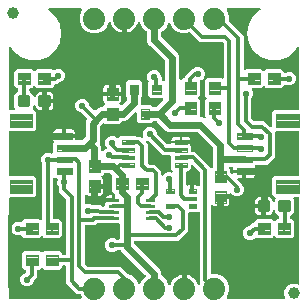
<source format=gtl>
G04 EAGLE Gerber RS-274X export*
G75*
%MOMM*%
%FSLAX34Y34*%
%LPD*%
%INTop Copper*%
%IPPOS*%
%AMOC8*
5,1,8,0,0,1.08239X$1,22.5*%
G01*
%ADD10C,1.000000*%
%ADD11C,0.100000*%
%ADD12C,0.096000*%
%ADD13C,0.102000*%
%ADD14C,1.879600*%
%ADD15C,0.300000*%
%ADD16C,0.104000*%
%ADD17C,0.100800*%
%ADD18C,0.558800*%
%ADD19C,0.609600*%
%ADD20C,0.304800*%

G36*
X5139Y65083D02*
X5139Y65083D01*
X5196Y65082D01*
X5279Y65104D01*
X5365Y65116D01*
X5416Y65139D01*
X5471Y65154D01*
X5545Y65197D01*
X5624Y65233D01*
X5667Y65270D01*
X5716Y65299D01*
X5775Y65362D01*
X5840Y65417D01*
X5866Y65459D01*
X5910Y65506D01*
X5976Y65635D01*
X6018Y65702D01*
X6477Y66810D01*
X8120Y68453D01*
X10268Y69343D01*
X12592Y69343D01*
X13367Y69022D01*
X13368Y69021D01*
X13370Y69021D01*
X13502Y68987D01*
X13642Y68951D01*
X13644Y68951D01*
X13645Y68951D01*
X13786Y68955D01*
X13926Y68959D01*
X13928Y68960D01*
X13929Y68960D01*
X14065Y69003D01*
X14197Y69046D01*
X14198Y69047D01*
X14200Y69047D01*
X14212Y69056D01*
X14433Y69204D01*
X14453Y69227D01*
X14473Y69242D01*
X16780Y71549D01*
X29720Y71549D01*
X30524Y70745D01*
X30548Y70727D01*
X30567Y70705D01*
X30661Y70642D01*
X30751Y70574D01*
X30779Y70563D01*
X30803Y70547D01*
X30911Y70513D01*
X31017Y70472D01*
X31046Y70470D01*
X31074Y70461D01*
X31188Y70458D01*
X31300Y70449D01*
X31329Y70455D01*
X31358Y70454D01*
X31468Y70482D01*
X31579Y70505D01*
X31605Y70518D01*
X31633Y70526D01*
X31731Y70583D01*
X31831Y70636D01*
X31853Y70656D01*
X31878Y70671D01*
X31955Y70754D01*
X32037Y70832D01*
X32052Y70857D01*
X32072Y70878D01*
X32124Y70979D01*
X32181Y71077D01*
X32188Y71105D01*
X32202Y71131D01*
X32215Y71209D01*
X32251Y71352D01*
X32249Y71415D01*
X32257Y71462D01*
X32257Y117809D01*
X32250Y117862D01*
X32251Y117889D01*
X32244Y117912D01*
X32242Y117983D01*
X32225Y118036D01*
X32217Y118091D01*
X32182Y118171D01*
X32155Y118254D01*
X32127Y118293D01*
X32101Y118350D01*
X32005Y118464D01*
X31960Y118527D01*
X31877Y118610D01*
X30987Y120758D01*
X30987Y123082D01*
X31877Y125230D01*
X33520Y126873D01*
X35668Y127763D01*
X37992Y127763D01*
X39597Y127098D01*
X39709Y127069D01*
X39818Y127034D01*
X39846Y127034D01*
X39873Y127027D01*
X39987Y127030D01*
X40102Y127027D01*
X40129Y127034D01*
X40157Y127035D01*
X40266Y127070D01*
X40377Y127099D01*
X40401Y127113D01*
X40428Y127122D01*
X40523Y127186D01*
X40622Y127244D01*
X40641Y127264D01*
X40664Y127280D01*
X40738Y127368D01*
X40816Y127452D01*
X40829Y127476D01*
X40847Y127497D01*
X40893Y127602D01*
X40946Y127705D01*
X40950Y127729D01*
X40962Y127757D01*
X40999Y128021D01*
X41001Y128036D01*
X41001Y135964D01*
X41771Y136734D01*
X41812Y136788D01*
X41861Y136836D01*
X41897Y136902D01*
X41942Y136961D01*
X41966Y137025D01*
X42000Y137084D01*
X42017Y137157D01*
X42043Y137227D01*
X42049Y137295D01*
X42064Y137361D01*
X42061Y137436D01*
X42067Y137510D01*
X42053Y137577D01*
X42050Y137645D01*
X42028Y137704D01*
X42011Y137789D01*
X41959Y137890D01*
X41933Y137959D01*
X41717Y138332D01*
X41509Y139108D01*
X41509Y140501D01*
X50316Y140501D01*
X50374Y140509D01*
X50432Y140507D01*
X50514Y140529D01*
X50597Y140541D01*
X50651Y140564D01*
X50707Y140579D01*
X50780Y140622D01*
X50799Y140631D01*
X50845Y140600D01*
X50901Y140583D01*
X50953Y140556D01*
X51021Y140545D01*
X51116Y140515D01*
X51216Y140512D01*
X51284Y140501D01*
X60091Y140501D01*
X60091Y139112D01*
X60099Y139054D01*
X60097Y138996D01*
X60119Y138914D01*
X60131Y138830D01*
X60154Y138777D01*
X60169Y138721D01*
X60212Y138648D01*
X60247Y138571D01*
X60285Y138526D01*
X60314Y138476D01*
X60376Y138418D01*
X60430Y138354D01*
X60479Y138322D01*
X60522Y138282D01*
X60597Y138243D01*
X60667Y138196D01*
X60723Y138179D01*
X60775Y138152D01*
X60843Y138141D01*
X60938Y138111D01*
X61038Y138108D01*
X61106Y138097D01*
X65554Y138097D01*
X65641Y138109D01*
X65728Y138112D01*
X65781Y138129D01*
X65836Y138137D01*
X65915Y138172D01*
X65999Y138199D01*
X66038Y138227D01*
X66095Y138253D01*
X66208Y138349D01*
X66272Y138394D01*
X68536Y140658D01*
X68588Y140728D01*
X68648Y140792D01*
X68674Y140841D01*
X68707Y140885D01*
X68738Y140967D01*
X68778Y141045D01*
X68786Y141092D01*
X68808Y141151D01*
X68820Y141299D01*
X68833Y141376D01*
X68833Y153613D01*
X69761Y155853D01*
X69843Y155935D01*
X69878Y155981D01*
X69920Y156022D01*
X69963Y156095D01*
X70014Y156162D01*
X70034Y156216D01*
X70064Y156267D01*
X70085Y156349D01*
X70115Y156428D01*
X70120Y156486D01*
X70134Y156543D01*
X70131Y156627D01*
X70138Y156711D01*
X70127Y156768D01*
X70125Y156827D01*
X70099Y156907D01*
X70082Y156990D01*
X70055Y157042D01*
X70038Y157097D01*
X69998Y157153D01*
X69952Y157242D01*
X69883Y157314D01*
X69843Y157370D01*
X65713Y161500D01*
X65643Y161552D01*
X65580Y161612D01*
X65530Y161638D01*
X65486Y161671D01*
X65404Y161702D01*
X65326Y161742D01*
X65279Y161750D01*
X65220Y161772D01*
X65073Y161784D01*
X64995Y161797D01*
X64878Y161797D01*
X62730Y162687D01*
X61087Y164330D01*
X60197Y166478D01*
X60197Y168802D01*
X61087Y170950D01*
X62730Y172593D01*
X64878Y173483D01*
X67202Y173483D01*
X69350Y172593D01*
X70993Y170950D01*
X71883Y168802D01*
X71883Y168685D01*
X71895Y168598D01*
X71898Y168511D01*
X71915Y168458D01*
X71923Y168403D01*
X71958Y168323D01*
X71985Y168240D01*
X72013Y168201D01*
X72039Y168144D01*
X72135Y168030D01*
X72180Y167967D01*
X76309Y163837D01*
X76356Y163802D01*
X76396Y163760D01*
X76469Y163717D01*
X76537Y163666D01*
X76591Y163646D01*
X76642Y163616D01*
X76723Y163595D01*
X76802Y163565D01*
X76861Y163560D01*
X76917Y163546D01*
X77002Y163549D01*
X77086Y163542D01*
X77143Y163553D01*
X77201Y163555D01*
X77282Y163581D01*
X77364Y163598D01*
X77416Y163624D01*
X77472Y163642D01*
X77528Y163683D01*
X77617Y163729D01*
X77689Y163797D01*
X77745Y163837D01*
X79486Y165579D01*
X81727Y166507D01*
X82598Y166507D01*
X82684Y166519D01*
X82772Y166522D01*
X82824Y166539D01*
X82879Y166547D01*
X82959Y166582D01*
X83042Y166609D01*
X83081Y166637D01*
X83138Y166663D01*
X83252Y166759D01*
X83315Y166804D01*
X85063Y168551D01*
X85098Y168598D01*
X85140Y168638D01*
X85183Y168711D01*
X85234Y168779D01*
X85254Y168833D01*
X85284Y168884D01*
X85305Y168965D01*
X85335Y169044D01*
X85340Y169103D01*
X85354Y169159D01*
X85351Y169243D01*
X85358Y169327D01*
X85347Y169385D01*
X85345Y169443D01*
X85319Y169523D01*
X85302Y169606D01*
X85275Y169658D01*
X85257Y169714D01*
X85217Y169770D01*
X85171Y169859D01*
X85103Y169931D01*
X85063Y169987D01*
X84507Y170543D01*
X84106Y171236D01*
X83899Y172010D01*
X83899Y175379D01*
X90424Y175379D01*
X90482Y175387D01*
X90540Y175385D01*
X90622Y175407D01*
X90705Y175419D01*
X90759Y175443D01*
X90815Y175457D01*
X90888Y175500D01*
X90965Y175535D01*
X91009Y175573D01*
X91060Y175603D01*
X91117Y175664D01*
X91182Y175719D01*
X91214Y175767D01*
X91254Y175810D01*
X91293Y175885D01*
X91339Y175955D01*
X91357Y176011D01*
X91384Y176063D01*
X91395Y176131D01*
X91425Y176226D01*
X91428Y176326D01*
X91439Y176394D01*
X91439Y177411D01*
X91441Y177411D01*
X91441Y176394D01*
X91449Y176336D01*
X91448Y176278D01*
X91469Y176196D01*
X91481Y176113D01*
X91505Y176059D01*
X91519Y176003D01*
X91562Y175930D01*
X91597Y175853D01*
X91635Y175808D01*
X91665Y175758D01*
X91726Y175700D01*
X91781Y175636D01*
X91829Y175604D01*
X91872Y175564D01*
X91947Y175525D01*
X92017Y175479D01*
X92073Y175461D01*
X92125Y175434D01*
X92193Y175423D01*
X92288Y175393D01*
X92388Y175390D01*
X92456Y175379D01*
X98981Y175379D01*
X98981Y172010D01*
X98774Y171236D01*
X98373Y170543D01*
X97817Y169987D01*
X97782Y169940D01*
X97740Y169900D01*
X97697Y169827D01*
X97646Y169760D01*
X97626Y169705D01*
X97596Y169655D01*
X97575Y169573D01*
X97545Y169494D01*
X97540Y169436D01*
X97526Y169379D01*
X97529Y169295D01*
X97522Y169211D01*
X97533Y169154D01*
X97535Y169095D01*
X97561Y169015D01*
X97578Y168932D01*
X97604Y168880D01*
X97622Y168825D01*
X97663Y168768D01*
X97709Y168680D01*
X97777Y168608D01*
X97817Y168551D01*
X98310Y168058D01*
X98357Y168023D01*
X98397Y167981D01*
X98470Y167938D01*
X98538Y167887D01*
X98592Y167867D01*
X98643Y167837D01*
X98724Y167816D01*
X98803Y167786D01*
X98862Y167781D01*
X98918Y167767D01*
X99002Y167770D01*
X99087Y167763D01*
X99144Y167774D01*
X99202Y167776D01*
X99283Y167802D01*
X99365Y167818D01*
X99417Y167845D01*
X99473Y167863D01*
X99529Y167903D01*
X99618Y167949D01*
X99690Y168018D01*
X99746Y168058D01*
X103486Y171798D01*
X103538Y171868D01*
X103598Y171932D01*
X103624Y171981D01*
X103657Y172025D01*
X103688Y172107D01*
X103728Y172185D01*
X103736Y172232D01*
X103758Y172291D01*
X103770Y172439D01*
X103783Y172516D01*
X103783Y174619D01*
X103771Y174706D01*
X103768Y174793D01*
X103751Y174846D01*
X103743Y174901D01*
X103708Y174981D01*
X103705Y174990D01*
X103697Y175018D01*
X103693Y175025D01*
X103681Y175064D01*
X103653Y175103D01*
X103627Y175160D01*
X103579Y175217D01*
X103552Y175263D01*
X103513Y175299D01*
X103486Y175337D01*
X102831Y175992D01*
X102831Y186908D01*
X104922Y188999D01*
X114838Y188999D01*
X116929Y186908D01*
X116929Y175992D01*
X116274Y175337D01*
X116259Y175317D01*
X116242Y175302D01*
X116210Y175255D01*
X116162Y175203D01*
X116136Y175154D01*
X116103Y175110D01*
X116089Y175074D01*
X116084Y175066D01*
X116073Y175029D01*
X116072Y175028D01*
X116032Y174950D01*
X116024Y174903D01*
X116002Y174844D01*
X115990Y174697D01*
X115977Y174619D01*
X115977Y169014D01*
X115985Y168956D01*
X115983Y168898D01*
X116005Y168816D01*
X116017Y168732D01*
X116040Y168679D01*
X116055Y168623D01*
X116098Y168550D01*
X116133Y168473D01*
X116171Y168428D01*
X116200Y168378D01*
X116262Y168320D01*
X116316Y168256D01*
X116365Y168224D01*
X116408Y168184D01*
X116483Y168145D01*
X116553Y168098D01*
X116609Y168081D01*
X116661Y168054D01*
X116729Y168043D01*
X116824Y168013D01*
X116924Y168010D01*
X116992Y167999D01*
X124338Y167999D01*
X125493Y166844D01*
X125563Y166792D01*
X125627Y166732D01*
X125676Y166706D01*
X125720Y166673D01*
X125802Y166642D01*
X125880Y166602D01*
X125927Y166594D01*
X125986Y166572D01*
X126133Y166560D01*
X126211Y166547D01*
X128294Y166547D01*
X128381Y166559D01*
X128468Y166562D01*
X128521Y166579D01*
X128576Y166587D01*
X128655Y166622D01*
X128739Y166649D01*
X128778Y166677D01*
X128835Y166703D01*
X128948Y166799D01*
X129012Y166844D01*
X134336Y172168D01*
X134354Y172192D01*
X134376Y172211D01*
X134439Y172305D01*
X134507Y172395D01*
X134517Y172423D01*
X134534Y172447D01*
X134568Y172555D01*
X134608Y172661D01*
X134611Y172690D01*
X134619Y172718D01*
X134622Y172832D01*
X134632Y172944D01*
X134626Y172973D01*
X134627Y173002D01*
X134598Y173112D01*
X134576Y173223D01*
X134562Y173249D01*
X134555Y173277D01*
X134497Y173375D01*
X134445Y173475D01*
X134425Y173497D01*
X134410Y173522D01*
X134327Y173599D01*
X134249Y173681D01*
X134224Y173696D01*
X134202Y173716D01*
X134102Y173768D01*
X134004Y173825D01*
X133975Y173832D01*
X133949Y173846D01*
X133872Y173859D01*
X133728Y173895D01*
X133666Y173893D01*
X133618Y173901D01*
X123922Y173901D01*
X121831Y175992D01*
X121831Y186908D01*
X121997Y187074D01*
X122032Y187121D01*
X122075Y187161D01*
X122117Y187234D01*
X122168Y187301D01*
X122189Y187356D01*
X122219Y187407D01*
X122239Y187488D01*
X122269Y187567D01*
X122274Y187625D01*
X122289Y187682D01*
X122286Y187766D01*
X122293Y187850D01*
X122281Y187908D01*
X122280Y187966D01*
X122254Y188046D01*
X122237Y188129D01*
X122210Y188181D01*
X122192Y188237D01*
X122152Y188293D01*
X122106Y188381D01*
X122059Y188431D01*
X121157Y190608D01*
X121157Y192932D01*
X122047Y195080D01*
X123690Y196723D01*
X125838Y197613D01*
X128162Y197613D01*
X130310Y196723D01*
X131953Y195080D01*
X132843Y192932D01*
X132843Y192815D01*
X132855Y192728D01*
X132858Y192641D01*
X132875Y192588D01*
X132883Y192533D01*
X132918Y192453D01*
X132945Y192370D01*
X132973Y192331D01*
X132999Y192274D01*
X133095Y192160D01*
X133140Y192097D01*
X133453Y191784D01*
X133453Y189805D01*
X133460Y189755D01*
X133459Y189739D01*
X133465Y189718D01*
X133468Y189631D01*
X133485Y189578D01*
X133493Y189523D01*
X133528Y189443D01*
X133555Y189360D01*
X133583Y189321D01*
X133609Y189264D01*
X133705Y189151D01*
X133750Y189087D01*
X134410Y188427D01*
X134434Y188409D01*
X134453Y188387D01*
X134547Y188324D01*
X134637Y188256D01*
X134665Y188245D01*
X134689Y188229D01*
X134797Y188195D01*
X134903Y188155D01*
X134932Y188152D01*
X134960Y188143D01*
X135074Y188141D01*
X135186Y188131D01*
X135215Y188137D01*
X135244Y188136D01*
X135354Y188165D01*
X135465Y188187D01*
X135491Y188201D01*
X135519Y188208D01*
X135617Y188266D01*
X135717Y188318D01*
X135739Y188338D01*
X135764Y188353D01*
X135841Y188436D01*
X135923Y188514D01*
X135938Y188539D01*
X135958Y188561D01*
X136010Y188662D01*
X136067Y188759D01*
X136074Y188788D01*
X136088Y188814D01*
X136101Y188891D01*
X136137Y189035D01*
X136135Y189097D01*
X136143Y189145D01*
X136143Y205334D01*
X136131Y205421D01*
X136128Y205508D01*
X136111Y205561D01*
X136103Y205616D01*
X136068Y205695D01*
X136041Y205779D01*
X136013Y205818D01*
X135987Y205875D01*
X135891Y205988D01*
X135846Y206052D01*
X123689Y218209D01*
X121831Y220066D01*
X120903Y222307D01*
X120903Y229675D01*
X120903Y229676D01*
X120903Y229678D01*
X120883Y229815D01*
X120863Y229956D01*
X120863Y229958D01*
X120863Y229959D01*
X120806Y230085D01*
X120747Y230216D01*
X120746Y230217D01*
X120745Y230218D01*
X120657Y230322D01*
X120564Y230433D01*
X120562Y230434D01*
X120561Y230435D01*
X120548Y230443D01*
X120327Y230590D01*
X120298Y230599D01*
X120277Y230613D01*
X119949Y230748D01*
X116448Y234249D01*
X114931Y237911D01*
X114896Y237971D01*
X114870Y238035D01*
X114824Y238093D01*
X114787Y238156D01*
X114737Y238204D01*
X114694Y238258D01*
X114634Y238301D01*
X114580Y238351D01*
X114519Y238383D01*
X114462Y238423D01*
X114393Y238448D01*
X114327Y238482D01*
X114260Y238495D01*
X114194Y238518D01*
X114121Y238522D01*
X114048Y238537D01*
X113980Y238531D01*
X113911Y238535D01*
X113839Y238519D01*
X113765Y238512D01*
X113701Y238487D01*
X113633Y238472D01*
X113569Y238437D01*
X113500Y238410D01*
X113445Y238368D01*
X113384Y238335D01*
X113332Y238283D01*
X113273Y238239D01*
X113232Y238183D01*
X113183Y238134D01*
X113154Y238079D01*
X113103Y238011D01*
X113062Y237903D01*
X113028Y237837D01*
X112664Y236717D01*
X111811Y235043D01*
X110706Y233522D01*
X109378Y232194D01*
X107857Y231089D01*
X106183Y230236D01*
X104396Y229655D01*
X103631Y229534D01*
X103631Y240284D01*
X103623Y240342D01*
X103625Y240400D01*
X103603Y240482D01*
X103591Y240565D01*
X103567Y240619D01*
X103553Y240675D01*
X103510Y240748D01*
X103475Y240825D01*
X103437Y240869D01*
X103407Y240920D01*
X103346Y240977D01*
X103291Y241042D01*
X103243Y241074D01*
X103200Y241114D01*
X103125Y241153D01*
X103055Y241199D01*
X102999Y241217D01*
X102947Y241244D01*
X102879Y241255D01*
X102784Y241285D01*
X102684Y241288D01*
X102616Y241299D01*
X100584Y241299D01*
X100526Y241291D01*
X100468Y241292D01*
X100386Y241271D01*
X100303Y241259D01*
X100249Y241235D01*
X100193Y241221D01*
X100120Y241178D01*
X100043Y241143D01*
X99998Y241105D01*
X99948Y241075D01*
X99890Y241014D01*
X99826Y240959D01*
X99794Y240911D01*
X99754Y240868D01*
X99715Y240793D01*
X99669Y240723D01*
X99651Y240667D01*
X99624Y240615D01*
X99613Y240547D01*
X99583Y240452D01*
X99580Y240352D01*
X99569Y240284D01*
X99569Y229534D01*
X98804Y229655D01*
X97017Y230236D01*
X95343Y231089D01*
X93822Y232194D01*
X92494Y233522D01*
X91389Y235043D01*
X90536Y236717D01*
X90172Y237837D01*
X90142Y237899D01*
X90121Y237965D01*
X90080Y238026D01*
X90047Y238092D01*
X90001Y238143D01*
X89962Y238201D01*
X89906Y238248D01*
X89857Y238303D01*
X89798Y238339D01*
X89745Y238384D01*
X89677Y238414D01*
X89615Y238453D01*
X89548Y238471D01*
X89485Y238499D01*
X89412Y238509D01*
X89341Y238529D01*
X89272Y238529D01*
X89203Y238538D01*
X89130Y238528D01*
X89057Y238527D01*
X88991Y238507D01*
X88922Y238498D01*
X88855Y238467D01*
X88784Y238446D01*
X88726Y238409D01*
X88663Y238380D01*
X88607Y238333D01*
X88545Y238293D01*
X88499Y238241D01*
X88447Y238196D01*
X88414Y238143D01*
X88357Y238079D01*
X88308Y237975D01*
X88269Y237911D01*
X86752Y234249D01*
X83251Y230748D01*
X78676Y228853D01*
X73724Y228853D01*
X69149Y230748D01*
X65648Y234249D01*
X63753Y238824D01*
X63753Y243776D01*
X65723Y248531D01*
X65752Y248643D01*
X65786Y248752D01*
X65787Y248780D01*
X65794Y248807D01*
X65791Y248921D01*
X65794Y249036D01*
X65787Y249063D01*
X65786Y249091D01*
X65751Y249200D01*
X65722Y249311D01*
X65708Y249335D01*
X65699Y249362D01*
X65635Y249457D01*
X65577Y249556D01*
X65556Y249575D01*
X65541Y249598D01*
X65453Y249672D01*
X65369Y249750D01*
X65345Y249763D01*
X65323Y249781D01*
X65219Y249827D01*
X65116Y249880D01*
X65092Y249884D01*
X65064Y249896D01*
X64800Y249933D01*
X64785Y249935D01*
X37933Y249935D01*
X37860Y249925D01*
X37786Y249925D01*
X37720Y249905D01*
X37651Y249895D01*
X37584Y249865D01*
X37514Y249845D01*
X37455Y249808D01*
X37392Y249779D01*
X37336Y249732D01*
X37274Y249692D01*
X37228Y249640D01*
X37175Y249596D01*
X37134Y249534D01*
X37085Y249479D01*
X37056Y249417D01*
X37017Y249359D01*
X36995Y249289D01*
X36964Y249222D01*
X36952Y249154D01*
X36932Y249088D01*
X36930Y249014D01*
X36918Y248942D01*
X36926Y248873D01*
X36924Y248804D01*
X36943Y248733D01*
X36952Y248659D01*
X36979Y248596D01*
X36996Y248529D01*
X37034Y248465D01*
X37062Y248398D01*
X37101Y248353D01*
X37141Y248284D01*
X37231Y248200D01*
X37280Y248142D01*
X42985Y243356D01*
X46971Y236451D01*
X48355Y228600D01*
X46971Y220749D01*
X42985Y213845D01*
X36878Y208720D01*
X29386Y205993D01*
X21414Y205993D01*
X13922Y208720D01*
X7815Y213844D01*
X5959Y217059D01*
X5947Y217074D01*
X5939Y217092D01*
X5860Y217186D01*
X5784Y217283D01*
X5768Y217294D01*
X5755Y217309D01*
X5653Y217378D01*
X5554Y217449D01*
X5535Y217456D01*
X5519Y217467D01*
X5401Y217504D01*
X5286Y217546D01*
X5266Y217547D01*
X5248Y217553D01*
X5125Y217556D01*
X5002Y217564D01*
X4983Y217559D01*
X4964Y217560D01*
X4845Y217529D01*
X4725Y217502D01*
X4707Y217493D01*
X4689Y217488D01*
X4583Y217426D01*
X4475Y217367D01*
X4461Y217353D01*
X4444Y217343D01*
X4360Y217253D01*
X4273Y217167D01*
X4263Y217150D01*
X4250Y217136D01*
X4194Y217026D01*
X4134Y216919D01*
X4129Y216900D01*
X4120Y216882D01*
X4108Y216810D01*
X4069Y216642D01*
X4071Y216591D01*
X4065Y216551D01*
X4065Y165064D01*
X4073Y165006D01*
X4071Y164948D01*
X4093Y164866D01*
X4105Y164782D01*
X4128Y164729D01*
X4143Y164673D01*
X4186Y164600D01*
X4221Y164523D01*
X4259Y164478D01*
X4288Y164428D01*
X4350Y164370D01*
X4404Y164306D01*
X4453Y164274D01*
X4496Y164234D01*
X4571Y164195D01*
X4641Y164148D01*
X4697Y164131D01*
X4749Y164104D01*
X4817Y164093D01*
X4912Y164063D01*
X5012Y164060D01*
X5080Y164049D01*
X8147Y164049D01*
X8176Y164053D01*
X8206Y164050D01*
X8317Y164073D01*
X8429Y164089D01*
X8456Y164101D01*
X8484Y164106D01*
X8585Y164159D01*
X8688Y164205D01*
X8711Y164224D01*
X8737Y164237D01*
X8819Y164315D01*
X8905Y164388D01*
X8922Y164413D01*
X8943Y164433D01*
X9000Y164531D01*
X9063Y164625D01*
X9072Y164653D01*
X9087Y164678D01*
X9114Y164788D01*
X9149Y164896D01*
X9149Y164926D01*
X9157Y164954D01*
X9153Y165067D01*
X9156Y165180D01*
X9149Y165209D01*
X9148Y165238D01*
X9113Y165346D01*
X9084Y165455D01*
X9069Y165481D01*
X9060Y165509D01*
X9015Y165573D01*
X8939Y165700D01*
X8893Y165743D01*
X8865Y165782D01*
X8581Y166066D01*
X8581Y176834D01*
X11279Y179532D01*
X11324Y179539D01*
X11377Y179562D01*
X11433Y179577D01*
X11506Y179620D01*
X11583Y179655D01*
X11628Y179693D01*
X11678Y179722D01*
X11736Y179784D01*
X11800Y179838D01*
X11832Y179887D01*
X11872Y179930D01*
X11911Y180005D01*
X11958Y180075D01*
X11975Y180131D01*
X12002Y180183D01*
X12013Y180251D01*
X12043Y180346D01*
X12046Y180446D01*
X12057Y180514D01*
X12057Y181436D01*
X12049Y181494D01*
X12051Y181552D01*
X12029Y181634D01*
X12017Y181718D01*
X11994Y181771D01*
X11979Y181827D01*
X11936Y181900D01*
X11901Y181977D01*
X11863Y182022D01*
X11834Y182072D01*
X11772Y182130D01*
X11718Y182194D01*
X11669Y182226D01*
X11626Y182266D01*
X11551Y182305D01*
X11481Y182352D01*
X11425Y182369D01*
X11373Y182396D01*
X11305Y182407D01*
X11210Y182437D01*
X11110Y182440D01*
X11042Y182451D01*
X10430Y182451D01*
X8351Y184530D01*
X8351Y196470D01*
X10430Y198549D01*
X23370Y198549D01*
X24682Y197237D01*
X24729Y197201D01*
X24769Y197159D01*
X24842Y197116D01*
X24909Y197066D01*
X24964Y197045D01*
X25014Y197015D01*
X25096Y196995D01*
X25175Y196964D01*
X25233Y196960D01*
X25290Y196945D01*
X25374Y196948D01*
X25458Y196941D01*
X25516Y196952D01*
X25574Y196954D01*
X25654Y196980D01*
X25737Y196997D01*
X25789Y197024D01*
X25845Y197042D01*
X25901Y197082D01*
X25989Y197128D01*
X26062Y197197D01*
X26118Y197237D01*
X27430Y198549D01*
X40370Y198549D01*
X40950Y197969D01*
X40997Y197934D01*
X41037Y197891D01*
X41110Y197848D01*
X41177Y197798D01*
X41232Y197777D01*
X41282Y197747D01*
X41364Y197727D01*
X41443Y197697D01*
X41501Y197692D01*
X41558Y197677D01*
X41642Y197680D01*
X41726Y197673D01*
X41783Y197684D01*
X41842Y197686D01*
X41922Y197712D01*
X42005Y197729D01*
X42057Y197756D01*
X42113Y197774D01*
X42169Y197814D01*
X42257Y197860D01*
X42330Y197929D01*
X42386Y197969D01*
X42410Y197993D01*
X44558Y198883D01*
X46882Y198883D01*
X49030Y197993D01*
X50673Y196350D01*
X51563Y194202D01*
X51563Y191878D01*
X50673Y189730D01*
X49030Y188087D01*
X46882Y187197D01*
X46765Y187197D01*
X46678Y187185D01*
X46591Y187182D01*
X46538Y187165D01*
X46483Y187157D01*
X46403Y187122D01*
X46320Y187095D01*
X46281Y187067D01*
X46224Y187041D01*
X46110Y186945D01*
X46047Y186900D01*
X45074Y185927D01*
X43464Y185927D01*
X43406Y185919D01*
X43348Y185921D01*
X43266Y185899D01*
X43182Y185887D01*
X43129Y185864D01*
X43073Y185849D01*
X43000Y185806D01*
X42923Y185771D01*
X42878Y185733D01*
X42828Y185704D01*
X42770Y185642D01*
X42706Y185588D01*
X42674Y185539D01*
X42634Y185496D01*
X42595Y185421D01*
X42548Y185351D01*
X42531Y185295D01*
X42504Y185243D01*
X42493Y185175D01*
X42463Y185080D01*
X42460Y184980D01*
X42449Y184912D01*
X42449Y184530D01*
X40370Y182451D01*
X27430Y182451D01*
X26118Y183763D01*
X26071Y183799D01*
X26031Y183841D01*
X25958Y183884D01*
X25891Y183934D01*
X25836Y183955D01*
X25786Y183985D01*
X25704Y184005D01*
X25625Y184036D01*
X25567Y184040D01*
X25510Y184055D01*
X25426Y184052D01*
X25342Y184059D01*
X25284Y184048D01*
X25226Y184046D01*
X25146Y184020D01*
X25063Y184003D01*
X25011Y183976D01*
X24955Y183958D01*
X24899Y183918D01*
X24811Y183872D01*
X24738Y183804D01*
X24682Y183763D01*
X23370Y182451D01*
X22218Y182451D01*
X22160Y182443D01*
X22102Y182445D01*
X22020Y182423D01*
X21936Y182411D01*
X21883Y182388D01*
X21827Y182373D01*
X21754Y182330D01*
X21677Y182295D01*
X21632Y182257D01*
X21582Y182228D01*
X21524Y182166D01*
X21460Y182112D01*
X21428Y182063D01*
X21388Y182020D01*
X21349Y181945D01*
X21302Y181875D01*
X21285Y181819D01*
X21258Y181767D01*
X21247Y181699D01*
X21217Y181604D01*
X21214Y181504D01*
X21203Y181436D01*
X21203Y180514D01*
X21211Y180456D01*
X21209Y180398D01*
X21231Y180316D01*
X21243Y180232D01*
X21266Y180179D01*
X21281Y180123D01*
X21324Y180050D01*
X21359Y179973D01*
X21397Y179928D01*
X21426Y179878D01*
X21488Y179820D01*
X21542Y179756D01*
X21591Y179724D01*
X21634Y179684D01*
X21709Y179645D01*
X21779Y179598D01*
X21835Y179581D01*
X21887Y179554D01*
X21955Y179543D01*
X21977Y179536D01*
X24679Y176834D01*
X24679Y175914D01*
X24680Y175904D01*
X24679Y175895D01*
X24700Y175764D01*
X24719Y175633D01*
X24723Y175624D01*
X24724Y175614D01*
X24780Y175494D01*
X24835Y175373D01*
X24841Y175366D01*
X24845Y175357D01*
X24933Y175257D01*
X25018Y175156D01*
X25027Y175151D01*
X25033Y175143D01*
X25145Y175072D01*
X25255Y174999D01*
X25264Y174996D01*
X25273Y174990D01*
X25399Y174953D01*
X25526Y174913D01*
X25536Y174912D01*
X25545Y174910D01*
X25678Y174909D01*
X25810Y174905D01*
X25820Y174908D01*
X25830Y174908D01*
X25958Y174944D01*
X26085Y174977D01*
X26094Y174982D01*
X26103Y174985D01*
X26216Y175055D01*
X26330Y175123D01*
X26337Y175130D01*
X26345Y175135D01*
X26434Y175233D01*
X26524Y175330D01*
X26529Y175339D01*
X26535Y175346D01*
X26559Y175397D01*
X26654Y175583D01*
X26660Y175618D01*
X26675Y175651D01*
X26905Y176510D01*
X27437Y177431D01*
X28189Y178183D01*
X29110Y178715D01*
X30138Y178991D01*
X32139Y178991D01*
X32139Y172466D01*
X32147Y172408D01*
X32145Y172350D01*
X32167Y172268D01*
X32179Y172185D01*
X32203Y172131D01*
X32217Y172075D01*
X32260Y172002D01*
X32295Y171925D01*
X32333Y171881D01*
X32363Y171830D01*
X32424Y171773D01*
X32479Y171708D01*
X32527Y171676D01*
X32570Y171636D01*
X32645Y171597D01*
X32715Y171551D01*
X32771Y171533D01*
X32823Y171506D01*
X32891Y171495D01*
X32986Y171465D01*
X33086Y171462D01*
X33154Y171451D01*
X34171Y171451D01*
X34171Y171449D01*
X33154Y171449D01*
X33096Y171441D01*
X33038Y171442D01*
X32956Y171421D01*
X32873Y171409D01*
X32819Y171385D01*
X32763Y171371D01*
X32690Y171328D01*
X32613Y171293D01*
X32568Y171255D01*
X32518Y171225D01*
X32460Y171164D01*
X32396Y171109D01*
X32364Y171061D01*
X32324Y171018D01*
X32285Y170943D01*
X32239Y170873D01*
X32221Y170817D01*
X32194Y170765D01*
X32183Y170697D01*
X32153Y170602D01*
X32150Y170502D01*
X32139Y170434D01*
X32139Y163909D01*
X30138Y163909D01*
X29110Y164185D01*
X28189Y164717D01*
X27437Y165469D01*
X26905Y166390D01*
X26675Y167249D01*
X26671Y167258D01*
X26669Y167267D01*
X26615Y167388D01*
X26563Y167510D01*
X26557Y167518D01*
X26553Y167527D01*
X26468Y167627D01*
X26384Y167731D01*
X26376Y167736D01*
X26369Y167744D01*
X26259Y167817D01*
X26150Y167893D01*
X26141Y167896D01*
X26133Y167901D01*
X26006Y167942D01*
X25881Y167984D01*
X25871Y167984D01*
X25862Y167987D01*
X25729Y167991D01*
X25597Y167997D01*
X25587Y167994D01*
X25578Y167995D01*
X25450Y167961D01*
X25321Y167930D01*
X25312Y167925D01*
X25303Y167923D01*
X25189Y167855D01*
X25073Y167790D01*
X25067Y167783D01*
X25058Y167777D01*
X24968Y167681D01*
X24875Y167586D01*
X24870Y167577D01*
X24864Y167570D01*
X24803Y167452D01*
X24741Y167335D01*
X24739Y167326D01*
X24734Y167317D01*
X24725Y167261D01*
X24681Y167057D01*
X24685Y167021D01*
X24679Y166986D01*
X24679Y166066D01*
X24395Y165782D01*
X24377Y165758D01*
X24355Y165739D01*
X24292Y165645D01*
X24224Y165555D01*
X24213Y165527D01*
X24197Y165503D01*
X24163Y165395D01*
X24123Y165289D01*
X24120Y165260D01*
X24111Y165232D01*
X24108Y165118D01*
X24099Y165006D01*
X24105Y164977D01*
X24104Y164948D01*
X24133Y164838D01*
X24155Y164727D01*
X24168Y164701D01*
X24176Y164673D01*
X24234Y164575D01*
X24286Y164475D01*
X24306Y164453D01*
X24321Y164428D01*
X24404Y164351D01*
X24482Y164269D01*
X24507Y164254D01*
X24528Y164234D01*
X24629Y164182D01*
X24727Y164125D01*
X24755Y164118D01*
X24782Y164104D01*
X24859Y164091D01*
X25002Y164055D01*
X25025Y164055D01*
X27099Y161982D01*
X27099Y148018D01*
X25032Y145951D01*
X5080Y145951D01*
X5022Y145943D01*
X4964Y145945D01*
X4882Y145923D01*
X4798Y145911D01*
X4745Y145888D01*
X4689Y145873D01*
X4616Y145830D01*
X4539Y145795D01*
X4494Y145757D01*
X4444Y145728D01*
X4386Y145666D01*
X4322Y145612D01*
X4290Y145563D01*
X4250Y145520D01*
X4211Y145445D01*
X4164Y145375D01*
X4147Y145319D01*
X4120Y145267D01*
X4109Y145199D01*
X4079Y145104D01*
X4076Y145004D01*
X4065Y144936D01*
X4065Y109064D01*
X4073Y109006D01*
X4071Y108948D01*
X4093Y108866D01*
X4105Y108782D01*
X4128Y108729D01*
X4143Y108673D01*
X4186Y108600D01*
X4221Y108523D01*
X4259Y108478D01*
X4288Y108428D01*
X4350Y108370D01*
X4404Y108306D01*
X4453Y108274D01*
X4496Y108234D01*
X4571Y108195D01*
X4641Y108148D01*
X4697Y108131D01*
X4749Y108104D01*
X4817Y108093D01*
X4912Y108063D01*
X5012Y108060D01*
X5080Y108049D01*
X25032Y108049D01*
X27099Y105982D01*
X27099Y92018D01*
X25032Y89951D01*
X5080Y89951D01*
X5022Y89943D01*
X4964Y89945D01*
X4882Y89923D01*
X4798Y89911D01*
X4745Y89888D01*
X4689Y89873D01*
X4616Y89830D01*
X4539Y89795D01*
X4494Y89757D01*
X4444Y89728D01*
X4386Y89666D01*
X4322Y89612D01*
X4290Y89563D01*
X4250Y89520D01*
X4211Y89445D01*
X4164Y89375D01*
X4147Y89319D01*
X4120Y89267D01*
X4109Y89199D01*
X4079Y89104D01*
X4076Y89004D01*
X4065Y88936D01*
X4065Y66090D01*
X4077Y66005D01*
X4079Y65919D01*
X4097Y65865D01*
X4105Y65809D01*
X4140Y65731D01*
X4166Y65649D01*
X4198Y65601D01*
X4221Y65549D01*
X4276Y65484D01*
X4324Y65413D01*
X4368Y65376D01*
X4404Y65332D01*
X4476Y65285D01*
X4542Y65230D01*
X4594Y65206D01*
X4641Y65175D01*
X4723Y65149D01*
X4802Y65114D01*
X4858Y65106D01*
X4912Y65089D01*
X4998Y65087D01*
X5083Y65075D01*
X5139Y65083D01*
G37*
G36*
X236991Y4081D02*
X236991Y4081D01*
X237106Y4091D01*
X237131Y4101D01*
X237159Y4105D01*
X237264Y4152D01*
X237371Y4193D01*
X237393Y4209D01*
X237418Y4221D01*
X237506Y4295D01*
X237598Y4364D01*
X237614Y4387D01*
X237635Y4404D01*
X237699Y4500D01*
X237768Y4592D01*
X237777Y4618D01*
X237793Y4641D01*
X237828Y4751D01*
X237868Y4858D01*
X237870Y4886D01*
X237879Y4912D01*
X237882Y5027D01*
X237891Y5141D01*
X237885Y5166D01*
X237886Y5196D01*
X237819Y5453D01*
X237815Y5469D01*
X237061Y7289D01*
X237061Y10491D01*
X238287Y13449D01*
X240551Y15713D01*
X243509Y16939D01*
X246711Y16939D01*
X248531Y16185D01*
X248643Y16156D01*
X248752Y16121D01*
X248780Y16121D01*
X248807Y16114D01*
X248921Y16117D01*
X249036Y16114D01*
X249063Y16121D01*
X249091Y16122D01*
X249200Y16157D01*
X249311Y16186D01*
X249335Y16200D01*
X249362Y16208D01*
X249457Y16273D01*
X249556Y16331D01*
X249575Y16351D01*
X249598Y16367D01*
X249672Y16455D01*
X249750Y16538D01*
X249763Y16563D01*
X249781Y16584D01*
X249827Y16689D01*
X249880Y16792D01*
X249884Y16816D01*
X249896Y16844D01*
X249933Y17108D01*
X249935Y17123D01*
X249935Y88936D01*
X249927Y88994D01*
X249929Y89052D01*
X249907Y89134D01*
X249895Y89218D01*
X249872Y89271D01*
X249857Y89327D01*
X249814Y89400D01*
X249779Y89477D01*
X249741Y89522D01*
X249712Y89572D01*
X249650Y89630D01*
X249596Y89694D01*
X249547Y89726D01*
X249504Y89766D01*
X249429Y89805D01*
X249359Y89852D01*
X249303Y89869D01*
X249251Y89896D01*
X249183Y89907D01*
X249088Y89937D01*
X248988Y89940D01*
X248920Y89951D01*
X245853Y89951D01*
X245824Y89947D01*
X245794Y89950D01*
X245683Y89927D01*
X245571Y89911D01*
X245544Y89899D01*
X245516Y89894D01*
X245415Y89841D01*
X245312Y89795D01*
X245289Y89776D01*
X245263Y89763D01*
X245181Y89685D01*
X245095Y89612D01*
X245078Y89587D01*
X245057Y89567D01*
X245000Y89469D01*
X244937Y89375D01*
X244928Y89347D01*
X244913Y89322D01*
X244886Y89212D01*
X244851Y89104D01*
X244851Y89074D01*
X244843Y89046D01*
X244847Y88933D01*
X244844Y88820D01*
X244851Y88791D01*
X244852Y88762D01*
X244887Y88654D01*
X244916Y88545D01*
X244931Y88519D01*
X244940Y88491D01*
X244985Y88427D01*
X245061Y88300D01*
X245107Y88257D01*
X245135Y88218D01*
X245419Y87934D01*
X245419Y77166D01*
X242721Y74468D01*
X242676Y74461D01*
X242623Y74438D01*
X242567Y74423D01*
X242494Y74380D01*
X242417Y74345D01*
X242372Y74307D01*
X242322Y74278D01*
X242264Y74216D01*
X242200Y74162D01*
X242168Y74113D01*
X242128Y74070D01*
X242089Y73995D01*
X242042Y73925D01*
X242025Y73869D01*
X241998Y73817D01*
X241987Y73749D01*
X241957Y73654D01*
X241954Y73554D01*
X241943Y73486D01*
X241943Y72564D01*
X241951Y72506D01*
X241949Y72448D01*
X241971Y72366D01*
X241983Y72282D01*
X242006Y72229D01*
X242021Y72173D01*
X242064Y72100D01*
X242099Y72023D01*
X242137Y71978D01*
X242166Y71928D01*
X242228Y71870D01*
X242282Y71806D01*
X242331Y71774D01*
X242374Y71734D01*
X242449Y71695D01*
X242519Y71648D01*
X242575Y71631D01*
X242627Y71604D01*
X242695Y71593D01*
X242790Y71563D01*
X242890Y71560D01*
X242958Y71549D01*
X243570Y71549D01*
X245649Y69470D01*
X245649Y57530D01*
X243570Y55451D01*
X230630Y55451D01*
X229318Y56763D01*
X229271Y56799D01*
X229231Y56841D01*
X229158Y56884D01*
X229091Y56934D01*
X229036Y56955D01*
X228986Y56985D01*
X228904Y57005D01*
X228825Y57036D01*
X228767Y57040D01*
X228710Y57055D01*
X228626Y57052D01*
X228542Y57059D01*
X228484Y57048D01*
X228426Y57046D01*
X228346Y57020D01*
X228263Y57003D01*
X228211Y56976D01*
X228155Y56958D01*
X228099Y56918D01*
X228011Y56872D01*
X227938Y56803D01*
X227882Y56763D01*
X226570Y55451D01*
X213619Y55451D01*
X213598Y55474D01*
X213525Y55517D01*
X213458Y55567D01*
X213403Y55588D01*
X213353Y55618D01*
X213271Y55638D01*
X213192Y55668D01*
X213134Y55673D01*
X213077Y55688D01*
X212993Y55685D01*
X212909Y55692D01*
X212852Y55681D01*
X212793Y55679D01*
X212713Y55653D01*
X212630Y55636D01*
X212578Y55609D01*
X212523Y55591D01*
X212466Y55551D01*
X212378Y55505D01*
X212305Y55436D01*
X212249Y55396D01*
X211590Y54737D01*
X209442Y53847D01*
X207118Y53847D01*
X204970Y54737D01*
X203327Y56380D01*
X202437Y58528D01*
X202437Y60852D01*
X203327Y63000D01*
X204970Y64643D01*
X207118Y65533D01*
X207235Y65533D01*
X207322Y65545D01*
X207409Y65548D01*
X207462Y65565D01*
X207517Y65573D01*
X207597Y65608D01*
X207680Y65635D01*
X207719Y65663D01*
X207776Y65689D01*
X207890Y65785D01*
X207953Y65830D01*
X210196Y68073D01*
X210536Y68073D01*
X210594Y68081D01*
X210652Y68079D01*
X210734Y68101D01*
X210818Y68113D01*
X210871Y68136D01*
X210927Y68151D01*
X211000Y68194D01*
X211077Y68229D01*
X211122Y68267D01*
X211172Y68296D01*
X211230Y68358D01*
X211294Y68412D01*
X211326Y68461D01*
X211366Y68504D01*
X211405Y68579D01*
X211452Y68649D01*
X211469Y68705D01*
X211496Y68757D01*
X211507Y68825D01*
X211537Y68920D01*
X211540Y69020D01*
X211551Y69088D01*
X211551Y69470D01*
X213630Y71549D01*
X226570Y71549D01*
X227882Y70237D01*
X227929Y70201D01*
X227969Y70159D01*
X228042Y70116D01*
X228109Y70066D01*
X228164Y70045D01*
X228214Y70015D01*
X228296Y69995D01*
X228375Y69964D01*
X228433Y69960D01*
X228490Y69945D01*
X228574Y69948D01*
X228658Y69941D01*
X228716Y69952D01*
X228774Y69954D01*
X228854Y69980D01*
X228937Y69997D01*
X228989Y70024D01*
X229045Y70042D01*
X229101Y70082D01*
X229189Y70128D01*
X229262Y70196D01*
X229318Y70237D01*
X230630Y71549D01*
X231782Y71549D01*
X231840Y71557D01*
X231898Y71555D01*
X231980Y71577D01*
X232064Y71589D01*
X232117Y71612D01*
X232173Y71627D01*
X232246Y71670D01*
X232323Y71705D01*
X232368Y71743D01*
X232418Y71772D01*
X232476Y71834D01*
X232540Y71888D01*
X232572Y71937D01*
X232612Y71980D01*
X232651Y72055D01*
X232698Y72125D01*
X232715Y72181D01*
X232742Y72233D01*
X232753Y72301D01*
X232783Y72396D01*
X232786Y72496D01*
X232797Y72564D01*
X232797Y73486D01*
X232789Y73544D01*
X232791Y73602D01*
X232769Y73684D01*
X232757Y73768D01*
X232734Y73821D01*
X232719Y73877D01*
X232676Y73950D01*
X232641Y74027D01*
X232603Y74072D01*
X232574Y74122D01*
X232512Y74180D01*
X232458Y74244D01*
X232409Y74276D01*
X232366Y74316D01*
X232291Y74355D01*
X232221Y74402D01*
X232165Y74419D01*
X232113Y74446D01*
X232045Y74457D01*
X232023Y74464D01*
X229321Y77166D01*
X229321Y78086D01*
X229320Y78096D01*
X229321Y78105D01*
X229300Y78237D01*
X229281Y78368D01*
X229277Y78376D01*
X229276Y78386D01*
X229219Y78506D01*
X229165Y78627D01*
X229159Y78634D01*
X229155Y78643D01*
X229067Y78743D01*
X228982Y78844D01*
X228973Y78849D01*
X228967Y78857D01*
X228856Y78928D01*
X228745Y79002D01*
X228735Y79004D01*
X228727Y79010D01*
X228601Y79047D01*
X228474Y79087D01*
X228464Y79088D01*
X228455Y79090D01*
X228322Y79091D01*
X228190Y79095D01*
X228180Y79092D01*
X228170Y79092D01*
X228042Y79056D01*
X227915Y79023D01*
X227906Y79018D01*
X227897Y79015D01*
X227783Y78945D01*
X227670Y78878D01*
X227663Y78870D01*
X227655Y78865D01*
X227566Y78767D01*
X227476Y78670D01*
X227471Y78661D01*
X227465Y78654D01*
X227441Y78603D01*
X227346Y78417D01*
X227340Y78382D01*
X227325Y78349D01*
X227095Y77490D01*
X226563Y76569D01*
X225811Y75817D01*
X224890Y75285D01*
X223862Y75009D01*
X221861Y75009D01*
X221861Y81534D01*
X221853Y81592D01*
X221854Y81650D01*
X221833Y81732D01*
X221821Y81815D01*
X221797Y81869D01*
X221783Y81925D01*
X221740Y81998D01*
X221705Y82075D01*
X221667Y82119D01*
X221637Y82170D01*
X221576Y82227D01*
X221521Y82292D01*
X221473Y82324D01*
X221430Y82364D01*
X221355Y82403D01*
X221285Y82449D01*
X221229Y82467D01*
X221177Y82494D01*
X221109Y82505D01*
X221014Y82535D01*
X220914Y82538D01*
X220846Y82549D01*
X219829Y82549D01*
X219829Y82551D01*
X220846Y82551D01*
X220904Y82559D01*
X220962Y82558D01*
X221044Y82579D01*
X221127Y82591D01*
X221181Y82615D01*
X221237Y82629D01*
X221310Y82672D01*
X221387Y82707D01*
X221431Y82745D01*
X221482Y82775D01*
X221539Y82836D01*
X221604Y82891D01*
X221636Y82939D01*
X221676Y82982D01*
X221715Y83057D01*
X221761Y83127D01*
X221779Y83183D01*
X221806Y83235D01*
X221817Y83303D01*
X221847Y83398D01*
X221850Y83498D01*
X221861Y83566D01*
X221861Y90091D01*
X223862Y90091D01*
X224890Y89815D01*
X225811Y89283D01*
X226563Y88531D01*
X227095Y87610D01*
X227325Y86751D01*
X227329Y86742D01*
X227331Y86732D01*
X227385Y86611D01*
X227437Y86490D01*
X227443Y86482D01*
X227447Y86473D01*
X227532Y86372D01*
X227616Y86269D01*
X227624Y86264D01*
X227631Y86256D01*
X227741Y86182D01*
X227850Y86107D01*
X227859Y86104D01*
X227867Y86098D01*
X227994Y86058D01*
X228119Y86016D01*
X228129Y86016D01*
X228138Y86013D01*
X228271Y86009D01*
X228403Y86003D01*
X228413Y86006D01*
X228422Y86005D01*
X228550Y86039D01*
X228679Y86070D01*
X228688Y86075D01*
X228697Y86077D01*
X228810Y86144D01*
X228927Y86210D01*
X228933Y86218D01*
X228942Y86222D01*
X229032Y86319D01*
X229125Y86414D01*
X229130Y86423D01*
X229136Y86430D01*
X229197Y86548D01*
X229259Y86665D01*
X229261Y86674D01*
X229266Y86683D01*
X229275Y86739D01*
X229319Y86943D01*
X229315Y86978D01*
X229321Y87014D01*
X229321Y87934D01*
X229605Y88218D01*
X229623Y88242D01*
X229645Y88261D01*
X229708Y88355D01*
X229776Y88445D01*
X229787Y88473D01*
X229803Y88497D01*
X229837Y88605D01*
X229877Y88711D01*
X229880Y88740D01*
X229889Y88768D01*
X229892Y88882D01*
X229901Y88994D01*
X229895Y89023D01*
X229896Y89052D01*
X229867Y89162D01*
X229845Y89273D01*
X229832Y89299D01*
X229824Y89327D01*
X229766Y89425D01*
X229714Y89525D01*
X229694Y89547D01*
X229679Y89572D01*
X229596Y89649D01*
X229518Y89731D01*
X229493Y89746D01*
X229472Y89766D01*
X229371Y89818D01*
X229273Y89875D01*
X229245Y89882D01*
X229218Y89896D01*
X229141Y89909D01*
X228998Y89945D01*
X228975Y89945D01*
X226901Y92018D01*
X226901Y105982D01*
X228968Y108049D01*
X248920Y108049D01*
X248978Y108057D01*
X249036Y108055D01*
X249118Y108077D01*
X249202Y108089D01*
X249255Y108112D01*
X249311Y108127D01*
X249384Y108170D01*
X249461Y108205D01*
X249506Y108243D01*
X249556Y108272D01*
X249614Y108334D01*
X249678Y108388D01*
X249710Y108437D01*
X249750Y108480D01*
X249789Y108555D01*
X249836Y108625D01*
X249853Y108681D01*
X249880Y108733D01*
X249891Y108801D01*
X249921Y108896D01*
X249924Y108996D01*
X249935Y109064D01*
X249935Y144936D01*
X249927Y144994D01*
X249929Y145052D01*
X249907Y145134D01*
X249895Y145218D01*
X249872Y145271D01*
X249857Y145327D01*
X249814Y145400D01*
X249779Y145477D01*
X249741Y145522D01*
X249712Y145572D01*
X249650Y145630D01*
X249596Y145694D01*
X249547Y145726D01*
X249504Y145766D01*
X249429Y145805D01*
X249359Y145852D01*
X249303Y145869D01*
X249251Y145896D01*
X249183Y145907D01*
X249088Y145937D01*
X248988Y145940D01*
X248920Y145951D01*
X230378Y145951D01*
X230320Y145943D01*
X230262Y145945D01*
X230180Y145923D01*
X230096Y145911D01*
X230043Y145888D01*
X229987Y145873D01*
X229914Y145830D01*
X229837Y145795D01*
X229792Y145757D01*
X229742Y145728D01*
X229684Y145666D01*
X229620Y145612D01*
X229588Y145563D01*
X229548Y145520D01*
X229509Y145445D01*
X229462Y145375D01*
X229445Y145319D01*
X229418Y145267D01*
X229407Y145199D01*
X229377Y145104D01*
X229374Y145004D01*
X229363Y144936D01*
X229363Y123836D01*
X222954Y117427D01*
X213025Y117427D01*
X212987Y117422D01*
X212948Y117424D01*
X212846Y117402D01*
X212744Y117387D01*
X212708Y117371D01*
X212670Y117363D01*
X212579Y117314D01*
X212484Y117271D01*
X212455Y117246D01*
X212420Y117227D01*
X212346Y117154D01*
X212267Y117088D01*
X212246Y117055D01*
X212218Y117028D01*
X212167Y116937D01*
X212110Y116851D01*
X212098Y116814D01*
X212079Y116780D01*
X212055Y116679D01*
X212024Y116580D01*
X212023Y116541D01*
X212014Y116503D01*
X212019Y116399D01*
X212017Y116296D01*
X212027Y116258D01*
X212029Y116219D01*
X212056Y116146D01*
X212089Y116021D01*
X212127Y115957D01*
X212146Y115904D01*
X212283Y115668D01*
X212491Y114892D01*
X212491Y113499D01*
X203684Y113499D01*
X203626Y113491D01*
X203568Y113493D01*
X203486Y113471D01*
X203403Y113459D01*
X203349Y113436D01*
X203293Y113421D01*
X203220Y113378D01*
X203201Y113369D01*
X203155Y113400D01*
X203099Y113417D01*
X203047Y113444D01*
X202979Y113455D01*
X202884Y113485D01*
X202784Y113488D01*
X202716Y113499D01*
X193909Y113499D01*
X193909Y114888D01*
X193901Y114946D01*
X193903Y115004D01*
X193881Y115086D01*
X193869Y115169D01*
X193846Y115223D01*
X193831Y115279D01*
X193788Y115352D01*
X193753Y115429D01*
X193715Y115474D01*
X193686Y115524D01*
X193624Y115582D01*
X193570Y115646D01*
X193521Y115678D01*
X193478Y115718D01*
X193403Y115757D01*
X193333Y115803D01*
X193277Y115821D01*
X193225Y115848D01*
X193157Y115859D01*
X193062Y115889D01*
X192962Y115892D01*
X192894Y115903D01*
X191506Y115903D01*
X191477Y115899D01*
X191448Y115902D01*
X191337Y115879D01*
X191225Y115863D01*
X191198Y115851D01*
X191169Y115846D01*
X191069Y115794D01*
X190966Y115747D01*
X190943Y115728D01*
X190917Y115715D01*
X190835Y115637D01*
X190749Y115564D01*
X190732Y115539D01*
X190711Y115519D01*
X190654Y115421D01*
X190591Y115327D01*
X190582Y115299D01*
X190567Y115274D01*
X190539Y115164D01*
X190505Y115056D01*
X190504Y115027D01*
X190497Y114998D01*
X190501Y114885D01*
X190498Y114772D01*
X190505Y114743D01*
X190506Y114714D01*
X190541Y114606D01*
X190570Y114497D01*
X190585Y114471D01*
X190594Y114443D01*
X190639Y114379D01*
X190715Y114252D01*
X190761Y114209D01*
X190789Y114170D01*
X190929Y114030D01*
X190929Y111869D01*
X190941Y111782D01*
X190944Y111695D01*
X190961Y111642D01*
X190969Y111587D01*
X191004Y111507D01*
X191031Y111424D01*
X191059Y111385D01*
X191085Y111328D01*
X191181Y111215D01*
X191226Y111151D01*
X192176Y110201D01*
X192200Y110183D01*
X192219Y110161D01*
X192313Y110098D01*
X192403Y110030D01*
X192431Y110019D01*
X192455Y110003D01*
X192563Y109969D01*
X192669Y109929D01*
X192698Y109926D01*
X192726Y109917D01*
X192840Y109914D01*
X192952Y109905D01*
X192981Y109911D01*
X193010Y109910D01*
X193120Y109939D01*
X193231Y109961D01*
X193257Y109974D01*
X193285Y109982D01*
X193383Y110040D01*
X193483Y110092D01*
X193505Y110112D01*
X193530Y110127D01*
X193607Y110210D01*
X193689Y110288D01*
X193704Y110313D01*
X193724Y110334D01*
X193776Y110435D01*
X193814Y110501D01*
X201701Y110501D01*
X201701Y106459D01*
X198369Y106459D01*
X198339Y106455D01*
X198310Y106458D01*
X198199Y106435D01*
X198087Y106419D01*
X198060Y106407D01*
X198032Y106402D01*
X197931Y106349D01*
X197828Y106303D01*
X197805Y106284D01*
X197779Y106271D01*
X197697Y106193D01*
X197611Y106120D01*
X197594Y106095D01*
X197573Y106075D01*
X197516Y105977D01*
X197453Y105883D01*
X197444Y105855D01*
X197429Y105830D01*
X197402Y105720D01*
X197367Y105612D01*
X197367Y105582D01*
X197359Y105554D01*
X197363Y105441D01*
X197360Y105328D01*
X197367Y105299D01*
X197368Y105270D01*
X197403Y105162D01*
X197432Y105053D01*
X197447Y105027D01*
X197456Y104999D01*
X197501Y104936D01*
X197577Y104808D01*
X197623Y104765D01*
X197651Y104726D01*
X201423Y100954D01*
X201423Y100631D01*
X201435Y100544D01*
X201438Y100457D01*
X201455Y100404D01*
X201463Y100349D01*
X201498Y100269D01*
X201525Y100186D01*
X201553Y100147D01*
X201579Y100090D01*
X201675Y99976D01*
X201720Y99913D01*
X201803Y99830D01*
X202693Y97682D01*
X202693Y95358D01*
X201803Y93210D01*
X200160Y91567D01*
X198012Y90677D01*
X195688Y90677D01*
X193540Y91567D01*
X192154Y92953D01*
X192130Y92971D01*
X192111Y92993D01*
X192017Y93056D01*
X191927Y93124D01*
X191899Y93135D01*
X191875Y93151D01*
X191767Y93185D01*
X191661Y93225D01*
X191632Y93228D01*
X191604Y93237D01*
X191490Y93240D01*
X191378Y93249D01*
X191349Y93243D01*
X191320Y93244D01*
X191210Y93215D01*
X191099Y93193D01*
X191073Y93180D01*
X191045Y93172D01*
X190947Y93114D01*
X190847Y93062D01*
X190825Y93042D01*
X190800Y93027D01*
X190723Y92944D01*
X190641Y92866D01*
X190626Y92841D01*
X190606Y92820D01*
X190554Y92719D01*
X190497Y92621D01*
X190490Y92593D01*
X190489Y92591D01*
X183896Y92591D01*
X183838Y92583D01*
X183780Y92584D01*
X183698Y92563D01*
X183615Y92551D01*
X183561Y92527D01*
X183505Y92513D01*
X183432Y92470D01*
X183355Y92435D01*
X183311Y92397D01*
X183260Y92367D01*
X183203Y92306D01*
X183138Y92251D01*
X183106Y92203D01*
X183066Y92160D01*
X183027Y92085D01*
X182981Y92015D01*
X182963Y91959D01*
X182936Y91907D01*
X182925Y91839D01*
X182895Y91744D01*
X182892Y91644D01*
X182881Y91576D01*
X182881Y90559D01*
X181864Y90559D01*
X181806Y90551D01*
X181748Y90552D01*
X181666Y90531D01*
X181583Y90519D01*
X181529Y90495D01*
X181473Y90481D01*
X181400Y90438D01*
X181323Y90403D01*
X181278Y90365D01*
X181228Y90335D01*
X181170Y90274D01*
X181106Y90219D01*
X181074Y90171D01*
X181034Y90128D01*
X180995Y90053D01*
X180949Y89983D01*
X180931Y89927D01*
X180904Y89875D01*
X180893Y89807D01*
X180863Y89712D01*
X180860Y89612D01*
X180849Y89544D01*
X180849Y82519D01*
X177980Y82519D01*
X177206Y82726D01*
X176513Y83127D01*
X176486Y83154D01*
X176462Y83171D01*
X176443Y83194D01*
X176349Y83257D01*
X176259Y83325D01*
X176231Y83335D01*
X176207Y83351D01*
X176099Y83386D01*
X175993Y83426D01*
X175964Y83428D01*
X175936Y83437D01*
X175823Y83440D01*
X175710Y83450D01*
X175681Y83444D01*
X175652Y83445D01*
X175542Y83416D01*
X175431Y83394D01*
X175405Y83380D01*
X175377Y83373D01*
X175279Y83315D01*
X175179Y83263D01*
X175157Y83242D01*
X175132Y83227D01*
X175055Y83145D01*
X174973Y83067D01*
X174958Y83042D01*
X174938Y83020D01*
X174886Y82919D01*
X174829Y82822D01*
X174822Y82793D01*
X174808Y82767D01*
X174795Y82690D01*
X174759Y82546D01*
X174761Y82484D01*
X174753Y82436D01*
X174753Y26162D01*
X174761Y26104D01*
X174759Y26046D01*
X174781Y25964D01*
X174793Y25880D01*
X174816Y25827D01*
X174831Y25771D01*
X174874Y25698D01*
X174909Y25621D01*
X174947Y25576D01*
X174976Y25526D01*
X175038Y25468D01*
X175092Y25404D01*
X175141Y25372D01*
X175184Y25332D01*
X175259Y25293D01*
X175329Y25246D01*
X175385Y25229D01*
X175437Y25202D01*
X175505Y25191D01*
X175600Y25161D01*
X175700Y25158D01*
X175768Y25147D01*
X180276Y25147D01*
X184851Y23252D01*
X188352Y19751D01*
X190247Y15176D01*
X190247Y10224D01*
X188277Y5469D01*
X188248Y5357D01*
X188214Y5248D01*
X188213Y5220D01*
X188206Y5193D01*
X188209Y5079D01*
X188206Y4964D01*
X188213Y4937D01*
X188214Y4909D01*
X188249Y4800D01*
X188278Y4689D01*
X188292Y4665D01*
X188301Y4638D01*
X188365Y4543D01*
X188423Y4444D01*
X188444Y4425D01*
X188459Y4402D01*
X188547Y4328D01*
X188631Y4250D01*
X188655Y4237D01*
X188677Y4219D01*
X188781Y4173D01*
X188884Y4120D01*
X188908Y4116D01*
X188936Y4104D01*
X189200Y4067D01*
X189215Y4065D01*
X236877Y4065D01*
X236991Y4081D01*
G37*
G36*
X64899Y4081D02*
X64899Y4081D01*
X65013Y4091D01*
X65039Y4101D01*
X65067Y4105D01*
X65172Y4152D01*
X65279Y4193D01*
X65301Y4209D01*
X65326Y4221D01*
X65414Y4295D01*
X65505Y4364D01*
X65522Y4387D01*
X65543Y4404D01*
X65607Y4500D01*
X65676Y4592D01*
X65685Y4618D01*
X65701Y4641D01*
X65735Y4751D01*
X65776Y4858D01*
X65778Y4886D01*
X65786Y4912D01*
X65789Y5027D01*
X65799Y5141D01*
X65793Y5166D01*
X65794Y5196D01*
X65727Y5453D01*
X65723Y5469D01*
X64881Y7501D01*
X64881Y7502D01*
X64880Y7503D01*
X64810Y7622D01*
X64737Y7745D01*
X64736Y7746D01*
X64735Y7748D01*
X64631Y7845D01*
X64530Y7941D01*
X64529Y7941D01*
X64528Y7942D01*
X64402Y8007D01*
X64278Y8071D01*
X64276Y8071D01*
X64275Y8072D01*
X64260Y8074D01*
X63999Y8126D01*
X63968Y8123D01*
X63943Y8127D01*
X61606Y8127D01*
X52577Y17156D01*
X52577Y31242D01*
X52569Y31300D01*
X52571Y31358D01*
X52549Y31440D01*
X52537Y31524D01*
X52514Y31577D01*
X52499Y31633D01*
X52456Y31706D01*
X52421Y31783D01*
X52383Y31828D01*
X52354Y31878D01*
X52292Y31936D01*
X52238Y32000D01*
X52189Y32032D01*
X52146Y32072D01*
X52071Y32111D01*
X52001Y32158D01*
X51945Y32175D01*
X51893Y32202D01*
X51825Y32213D01*
X51730Y32243D01*
X51630Y32246D01*
X51562Y32257D01*
X49814Y32257D01*
X49756Y32249D01*
X49698Y32251D01*
X49616Y32229D01*
X49532Y32217D01*
X49479Y32194D01*
X49423Y32179D01*
X49350Y32136D01*
X49273Y32101D01*
X49228Y32063D01*
X49178Y32034D01*
X49120Y31972D01*
X49056Y31918D01*
X49024Y31869D01*
X48984Y31826D01*
X48945Y31751D01*
X48898Y31681D01*
X48881Y31625D01*
X48854Y31573D01*
X48843Y31505D01*
X48813Y31410D01*
X48810Y31310D01*
X48799Y31242D01*
X48799Y30860D01*
X46720Y28781D01*
X33780Y28781D01*
X32468Y30093D01*
X32421Y30129D01*
X32381Y30171D01*
X32308Y30214D01*
X32241Y30264D01*
X32186Y30285D01*
X32136Y30315D01*
X32054Y30335D01*
X31975Y30366D01*
X31917Y30370D01*
X31860Y30385D01*
X31776Y30382D01*
X31692Y30389D01*
X31634Y30378D01*
X31576Y30376D01*
X31496Y30350D01*
X31413Y30333D01*
X31361Y30306D01*
X31305Y30288D01*
X31249Y30248D01*
X31161Y30202D01*
X31088Y30133D01*
X31032Y30093D01*
X29720Y28781D01*
X28838Y28781D01*
X28780Y28773D01*
X28722Y28775D01*
X28640Y28753D01*
X28556Y28741D01*
X28503Y28718D01*
X28447Y28703D01*
X28374Y28660D01*
X28297Y28625D01*
X28252Y28587D01*
X28202Y28558D01*
X28144Y28496D01*
X28080Y28442D01*
X28048Y28393D01*
X28008Y28350D01*
X27969Y28275D01*
X27922Y28205D01*
X27905Y28149D01*
X27878Y28097D01*
X27867Y28029D01*
X27837Y27934D01*
X27834Y27834D01*
X27823Y27766D01*
X27823Y22626D01*
X25190Y19993D01*
X25178Y19978D01*
X25168Y19969D01*
X25140Y19927D01*
X25138Y19923D01*
X25078Y19860D01*
X25052Y19810D01*
X25019Y19766D01*
X24988Y19684D01*
X24948Y19606D01*
X24940Y19559D01*
X24918Y19500D01*
X24906Y19353D01*
X24893Y19275D01*
X24893Y19158D01*
X24003Y17010D01*
X22360Y15367D01*
X20212Y14477D01*
X17888Y14477D01*
X15740Y15367D01*
X14097Y17010D01*
X13207Y19158D01*
X13207Y21482D01*
X14097Y23630D01*
X15740Y25273D01*
X18051Y26230D01*
X18052Y26231D01*
X18053Y26231D01*
X18174Y26303D01*
X18295Y26375D01*
X18296Y26376D01*
X18298Y26377D01*
X18395Y26481D01*
X18491Y26581D01*
X18491Y26583D01*
X18492Y26584D01*
X18556Y26709D01*
X18621Y26834D01*
X18621Y26836D01*
X18622Y26837D01*
X18624Y26852D01*
X18676Y27113D01*
X18673Y27143D01*
X18677Y27168D01*
X18677Y27766D01*
X18669Y27824D01*
X18671Y27882D01*
X18649Y27964D01*
X18637Y28048D01*
X18614Y28101D01*
X18599Y28157D01*
X18556Y28230D01*
X18521Y28307D01*
X18483Y28352D01*
X18454Y28402D01*
X18392Y28460D01*
X18338Y28524D01*
X18289Y28556D01*
X18246Y28596D01*
X18171Y28635D01*
X18101Y28682D01*
X18045Y28699D01*
X17993Y28726D01*
X17925Y28737D01*
X17830Y28767D01*
X17730Y28770D01*
X17662Y28781D01*
X16780Y28781D01*
X14701Y30860D01*
X14701Y42800D01*
X16780Y44879D01*
X29720Y44879D01*
X31032Y43567D01*
X31079Y43531D01*
X31119Y43489D01*
X31192Y43446D01*
X31259Y43396D01*
X31314Y43375D01*
X31364Y43345D01*
X31446Y43325D01*
X31525Y43294D01*
X31583Y43290D01*
X31640Y43275D01*
X31724Y43278D01*
X31808Y43271D01*
X31866Y43282D01*
X31924Y43284D01*
X32004Y43310D01*
X32087Y43327D01*
X32139Y43354D01*
X32195Y43372D01*
X32251Y43412D01*
X32339Y43458D01*
X32412Y43526D01*
X32468Y43567D01*
X33780Y44879D01*
X46720Y44879D01*
X48799Y42800D01*
X48799Y42418D01*
X48807Y42360D01*
X48805Y42302D01*
X48827Y42220D01*
X48839Y42136D01*
X48862Y42083D01*
X48877Y42027D01*
X48920Y41954D01*
X48955Y41877D01*
X48993Y41832D01*
X49022Y41782D01*
X49084Y41724D01*
X49138Y41660D01*
X49187Y41628D01*
X49230Y41588D01*
X49305Y41549D01*
X49375Y41502D01*
X49431Y41485D01*
X49483Y41458D01*
X49551Y41447D01*
X49646Y41417D01*
X49746Y41414D01*
X49814Y41403D01*
X51562Y41403D01*
X51620Y41411D01*
X51678Y41409D01*
X51760Y41431D01*
X51844Y41443D01*
X51897Y41466D01*
X51953Y41481D01*
X52026Y41524D01*
X52103Y41559D01*
X52148Y41597D01*
X52198Y41626D01*
X52256Y41688D01*
X52320Y41742D01*
X52352Y41791D01*
X52392Y41834D01*
X52431Y41909D01*
X52478Y41979D01*
X52495Y42035D01*
X52522Y42087D01*
X52533Y42155D01*
X52563Y42250D01*
X52566Y42350D01*
X52577Y42418D01*
X52577Y88095D01*
X52565Y88182D01*
X52562Y88269D01*
X52545Y88322D01*
X52537Y88377D01*
X52502Y88457D01*
X52475Y88540D01*
X52447Y88579D01*
X52421Y88636D01*
X52325Y88750D01*
X52280Y88813D01*
X46227Y94866D01*
X46227Y98759D01*
X46215Y98846D01*
X46212Y98933D01*
X46195Y98986D01*
X46187Y99041D01*
X46152Y99121D01*
X46125Y99204D01*
X46097Y99243D01*
X46071Y99300D01*
X45975Y99414D01*
X45930Y99477D01*
X45847Y99560D01*
X44957Y101708D01*
X44957Y104032D01*
X45171Y104547D01*
X45199Y104659D01*
X45234Y104768D01*
X45235Y104796D01*
X45242Y104823D01*
X45238Y104937D01*
X45241Y105052D01*
X45234Y105079D01*
X45234Y105107D01*
X45199Y105216D01*
X45170Y105327D01*
X45155Y105351D01*
X45147Y105378D01*
X45083Y105473D01*
X45024Y105572D01*
X45004Y105591D01*
X44989Y105614D01*
X44901Y105688D01*
X44817Y105766D01*
X44792Y105779D01*
X44771Y105797D01*
X44666Y105844D01*
X44564Y105896D01*
X44539Y105900D01*
X44511Y105912D01*
X44247Y105949D01*
X44233Y105951D01*
X43079Y105951D01*
X42999Y106004D01*
X42909Y106072D01*
X42881Y106083D01*
X42857Y106099D01*
X42749Y106133D01*
X42643Y106173D01*
X42614Y106176D01*
X42586Y106185D01*
X42473Y106188D01*
X42360Y106197D01*
X42331Y106191D01*
X42302Y106192D01*
X42192Y106163D01*
X42081Y106141D01*
X42055Y106128D01*
X42027Y106120D01*
X41930Y106063D01*
X41829Y106010D01*
X41807Y105990D01*
X41782Y105975D01*
X41705Y105892D01*
X41623Y105814D01*
X41608Y105789D01*
X41588Y105768D01*
X41536Y105667D01*
X41479Y105569D01*
X41472Y105541D01*
X41458Y105515D01*
X41445Y105437D01*
X41409Y105294D01*
X41411Y105231D01*
X41403Y105183D01*
X41403Y72564D01*
X41411Y72506D01*
X41409Y72448D01*
X41431Y72366D01*
X41443Y72282D01*
X41466Y72229D01*
X41481Y72173D01*
X41524Y72100D01*
X41559Y72023D01*
X41597Y71978D01*
X41626Y71928D01*
X41688Y71870D01*
X41742Y71806D01*
X41791Y71774D01*
X41834Y71734D01*
X41909Y71695D01*
X41979Y71648D01*
X42035Y71631D01*
X42087Y71604D01*
X42155Y71593D01*
X42250Y71563D01*
X42350Y71560D01*
X42418Y71549D01*
X46720Y71549D01*
X48799Y69470D01*
X48799Y57530D01*
X46720Y55451D01*
X33780Y55451D01*
X32468Y56763D01*
X32421Y56799D01*
X32381Y56841D01*
X32308Y56884D01*
X32241Y56934D01*
X32186Y56955D01*
X32136Y56985D01*
X32054Y57005D01*
X31975Y57036D01*
X31917Y57040D01*
X31860Y57055D01*
X31776Y57052D01*
X31692Y57059D01*
X31634Y57048D01*
X31576Y57046D01*
X31496Y57020D01*
X31413Y57003D01*
X31361Y56976D01*
X31305Y56958D01*
X31249Y56918D01*
X31161Y56872D01*
X31088Y56803D01*
X31032Y56763D01*
X29720Y55451D01*
X16780Y55451D01*
X14473Y57758D01*
X14472Y57759D01*
X14471Y57760D01*
X14360Y57843D01*
X14246Y57929D01*
X14245Y57930D01*
X14243Y57931D01*
X14115Y57979D01*
X13980Y58030D01*
X13979Y58030D01*
X13977Y58031D01*
X13839Y58042D01*
X13697Y58054D01*
X13696Y58053D01*
X13694Y58054D01*
X13679Y58050D01*
X13418Y57998D01*
X13391Y57984D01*
X13367Y57978D01*
X12592Y57657D01*
X10268Y57657D01*
X8120Y58547D01*
X6477Y60190D01*
X6018Y61298D01*
X5974Y61372D01*
X5939Y61451D01*
X5902Y61494D01*
X5873Y61543D01*
X5811Y61602D01*
X5755Y61668D01*
X5708Y61699D01*
X5667Y61738D01*
X5590Y61777D01*
X5519Y61825D01*
X5465Y61842D01*
X5414Y61868D01*
X5330Y61885D01*
X5248Y61911D01*
X5191Y61912D01*
X5135Y61923D01*
X5050Y61916D01*
X4964Y61918D01*
X4909Y61904D01*
X4852Y61899D01*
X4772Y61868D01*
X4689Y61846D01*
X4640Y61817D01*
X4587Y61797D01*
X4518Y61745D01*
X4444Y61701D01*
X4405Y61660D01*
X4360Y61625D01*
X4308Y61556D01*
X4250Y61494D01*
X4224Y61443D01*
X4190Y61398D01*
X4159Y61317D01*
X4120Y61241D01*
X4112Y61192D01*
X4089Y61132D01*
X4078Y60987D01*
X4065Y60910D01*
X4065Y5080D01*
X4073Y5022D01*
X4071Y4964D01*
X4093Y4882D01*
X4105Y4798D01*
X4128Y4745D01*
X4143Y4689D01*
X4186Y4616D01*
X4221Y4539D01*
X4259Y4494D01*
X4288Y4444D01*
X4350Y4386D01*
X4404Y4322D01*
X4453Y4290D01*
X4496Y4250D01*
X4571Y4211D01*
X4641Y4164D01*
X4697Y4147D01*
X4749Y4120D01*
X4817Y4109D01*
X4912Y4079D01*
X5012Y4076D01*
X5080Y4065D01*
X64785Y4065D01*
X64899Y4081D01*
G37*
G36*
X225973Y149309D02*
X225973Y149309D01*
X226002Y149308D01*
X226112Y149337D01*
X226223Y149359D01*
X226249Y149372D01*
X226277Y149380D01*
X226375Y149438D01*
X226475Y149490D01*
X226497Y149510D01*
X226522Y149525D01*
X226599Y149608D01*
X226681Y149686D01*
X226696Y149711D01*
X226716Y149732D01*
X226768Y149833D01*
X226825Y149931D01*
X226832Y149959D01*
X226846Y149986D01*
X226859Y150063D01*
X226895Y150206D01*
X226893Y150269D01*
X226901Y150317D01*
X226901Y161982D01*
X228968Y164049D01*
X248920Y164049D01*
X248978Y164057D01*
X249036Y164055D01*
X249118Y164077D01*
X249202Y164089D01*
X249255Y164112D01*
X249311Y164127D01*
X249384Y164170D01*
X249461Y164205D01*
X249506Y164243D01*
X249556Y164272D01*
X249614Y164334D01*
X249678Y164388D01*
X249710Y164437D01*
X249750Y164480D01*
X249789Y164555D01*
X249836Y164625D01*
X249853Y164681D01*
X249880Y164733D01*
X249891Y164801D01*
X249921Y164896D01*
X249924Y164996D01*
X249935Y165064D01*
X249935Y216551D01*
X249933Y216571D01*
X249935Y216590D01*
X249913Y216711D01*
X249895Y216833D01*
X249887Y216851D01*
X249884Y216870D01*
X249829Y216980D01*
X249779Y217092D01*
X249767Y217107D01*
X249758Y217125D01*
X249675Y217216D01*
X249596Y217309D01*
X249579Y217320D01*
X249566Y217335D01*
X249461Y217399D01*
X249359Y217467D01*
X249340Y217473D01*
X249324Y217483D01*
X249205Y217516D01*
X249088Y217553D01*
X249068Y217553D01*
X249049Y217558D01*
X248927Y217557D01*
X248804Y217560D01*
X248785Y217555D01*
X248765Y217555D01*
X248647Y217519D01*
X248529Y217488D01*
X248512Y217478D01*
X248493Y217472D01*
X248390Y217406D01*
X248284Y217343D01*
X248271Y217329D01*
X248254Y217318D01*
X248208Y217261D01*
X248090Y217136D01*
X248066Y217090D01*
X248041Y217059D01*
X246185Y213844D01*
X240078Y208720D01*
X232586Y205993D01*
X224614Y205993D01*
X217122Y208720D01*
X211015Y213844D01*
X207029Y220749D01*
X205645Y228600D01*
X207029Y236451D01*
X211015Y243355D01*
X216720Y248142D01*
X216769Y248197D01*
X216825Y248245D01*
X216864Y248302D01*
X216910Y248354D01*
X216942Y248420D01*
X216983Y248481D01*
X217004Y248547D01*
X217034Y248610D01*
X217046Y248682D01*
X217068Y248752D01*
X217070Y248821D01*
X217082Y248890D01*
X217074Y248963D01*
X217076Y249036D01*
X217058Y249103D01*
X217051Y249172D01*
X217023Y249240D01*
X217004Y249311D01*
X216969Y249371D01*
X216942Y249435D01*
X216896Y249493D01*
X216859Y249556D01*
X216808Y249603D01*
X216765Y249657D01*
X216705Y249700D01*
X216651Y249750D01*
X216590Y249782D01*
X216533Y249822D01*
X216464Y249846D01*
X216398Y249880D01*
X216340Y249890D01*
X216265Y249916D01*
X216143Y249923D01*
X216067Y249935D01*
X189215Y249935D01*
X189101Y249919D01*
X188987Y249909D01*
X188961Y249899D01*
X188933Y249895D01*
X188828Y249848D01*
X188721Y249807D01*
X188699Y249791D01*
X188674Y249779D01*
X188586Y249705D01*
X188495Y249636D01*
X188478Y249613D01*
X188457Y249596D01*
X188393Y249500D01*
X188325Y249408D01*
X188315Y249382D01*
X188299Y249359D01*
X188265Y249249D01*
X188224Y249142D01*
X188222Y249114D01*
X188214Y249088D01*
X188211Y248973D01*
X188201Y248859D01*
X188207Y248834D01*
X188206Y248804D01*
X188273Y248547D01*
X188277Y248531D01*
X190247Y243776D01*
X190247Y239551D01*
X190254Y239501D01*
X190253Y239486D01*
X190259Y239466D01*
X190259Y239464D01*
X190262Y239377D01*
X190279Y239324D01*
X190287Y239269D01*
X190322Y239189D01*
X190349Y239106D01*
X190377Y239067D01*
X190403Y239010D01*
X190499Y238897D01*
X190544Y238833D01*
X202693Y226684D01*
X202693Y198952D01*
X202697Y198923D01*
X202694Y198894D01*
X202717Y198783D01*
X202733Y198671D01*
X202745Y198644D01*
X202750Y198615D01*
X202803Y198515D01*
X202849Y198412D01*
X202868Y198389D01*
X202881Y198363D01*
X202959Y198281D01*
X203032Y198195D01*
X203057Y198178D01*
X203077Y198157D01*
X203175Y198100D01*
X203269Y198037D01*
X203297Y198028D01*
X203322Y198013D01*
X203432Y197985D01*
X203540Y197951D01*
X203570Y197950D01*
X203598Y197943D01*
X203711Y197947D01*
X203824Y197944D01*
X203853Y197951D01*
X203882Y197952D01*
X203990Y197987D01*
X204099Y198016D01*
X204125Y198031D01*
X204153Y198040D01*
X204217Y198085D01*
X204344Y198161D01*
X204387Y198207D01*
X204426Y198235D01*
X204740Y198549D01*
X217680Y198549D01*
X218992Y197237D01*
X219039Y197201D01*
X219079Y197159D01*
X219152Y197116D01*
X219219Y197066D01*
X219274Y197045D01*
X219324Y197015D01*
X219406Y196995D01*
X219485Y196964D01*
X219543Y196960D01*
X219600Y196945D01*
X219684Y196948D01*
X219768Y196941D01*
X219826Y196952D01*
X219884Y196954D01*
X219964Y196980D01*
X220047Y196997D01*
X220099Y197024D01*
X220155Y197042D01*
X220211Y197082D01*
X220299Y197128D01*
X220372Y197197D01*
X220428Y197237D01*
X221740Y198549D01*
X234680Y198549D01*
X236759Y196470D01*
X236759Y196462D01*
X236775Y196349D01*
X236785Y196234D01*
X236795Y196208D01*
X236799Y196181D01*
X236846Y196076D01*
X236887Y195969D01*
X236903Y195947D01*
X236915Y195922D01*
X236989Y195834D01*
X237058Y195742D01*
X237081Y195726D01*
X237098Y195705D01*
X237194Y195641D01*
X237286Y195572D01*
X237312Y195562D01*
X237335Y195547D01*
X237445Y195512D01*
X237552Y195472D01*
X237580Y195470D01*
X237606Y195461D01*
X237721Y195458D01*
X237835Y195449D01*
X237860Y195455D01*
X237890Y195454D01*
X238147Y195521D01*
X238163Y195525D01*
X240138Y196343D01*
X242462Y196343D01*
X244610Y195453D01*
X246253Y193810D01*
X247143Y191662D01*
X247143Y189338D01*
X246253Y187190D01*
X244610Y185547D01*
X242462Y184657D01*
X240138Y184657D01*
X238163Y185475D01*
X238051Y185504D01*
X237942Y185539D01*
X237914Y185540D01*
X237887Y185546D01*
X237773Y185543D01*
X237658Y185546D01*
X237631Y185539D01*
X237603Y185538D01*
X237494Y185503D01*
X237383Y185474D01*
X237359Y185460D01*
X237332Y185452D01*
X237237Y185388D01*
X237138Y185329D01*
X237119Y185309D01*
X237096Y185293D01*
X237022Y185206D01*
X236944Y185122D01*
X236931Y185097D01*
X236913Y185076D01*
X236867Y184971D01*
X236814Y184869D01*
X236810Y184844D01*
X236798Y184816D01*
X236761Y184552D01*
X236759Y184538D01*
X236759Y184530D01*
X234680Y182451D01*
X221740Y182451D01*
X220428Y183763D01*
X220381Y183799D01*
X220341Y183841D01*
X220268Y183884D01*
X220201Y183934D01*
X220146Y183955D01*
X220096Y183985D01*
X220014Y184005D01*
X219935Y184036D01*
X219877Y184040D01*
X219820Y184055D01*
X219736Y184052D01*
X219652Y184059D01*
X219594Y184048D01*
X219536Y184046D01*
X219456Y184020D01*
X219373Y184003D01*
X219321Y183976D01*
X219265Y183958D01*
X219209Y183918D01*
X219121Y183872D01*
X219048Y183804D01*
X218992Y183763D01*
X217680Y182451D01*
X210387Y182451D01*
X210273Y182435D01*
X210159Y182425D01*
X210133Y182415D01*
X210105Y182411D01*
X210001Y182364D01*
X209893Y182323D01*
X209871Y182307D01*
X209846Y182295D01*
X209758Y182221D01*
X209667Y182152D01*
X209650Y182129D01*
X209629Y182112D01*
X209565Y182016D01*
X209497Y181924D01*
X209487Y181898D01*
X209471Y181875D01*
X209437Y181765D01*
X209396Y181658D01*
X209394Y181630D01*
X209386Y181604D01*
X209383Y181489D01*
X209374Y181375D01*
X209379Y181350D01*
X209378Y181320D01*
X209445Y181063D01*
X209449Y181047D01*
X210313Y178962D01*
X210313Y176638D01*
X209423Y174490D01*
X209340Y174407D01*
X209288Y174337D01*
X209228Y174274D01*
X209202Y174224D01*
X209169Y174180D01*
X209138Y174098D01*
X209098Y174020D01*
X209090Y173973D01*
X209068Y173914D01*
X209057Y173780D01*
X209057Y173779D01*
X209057Y173778D01*
X209056Y173767D01*
X209043Y173689D01*
X209043Y157255D01*
X209055Y157168D01*
X209058Y157081D01*
X209075Y157028D01*
X209083Y156973D01*
X209118Y156893D01*
X209145Y156810D01*
X209173Y156771D01*
X209199Y156714D01*
X209295Y156600D01*
X209340Y156537D01*
X211147Y154730D01*
X211216Y154678D01*
X211280Y154618D01*
X211330Y154592D01*
X211374Y154559D01*
X211456Y154528D01*
X211534Y154488D01*
X211581Y154480D01*
X211640Y154458D01*
X211787Y154446D01*
X211865Y154433D01*
X220334Y154433D01*
X223310Y151457D01*
X225168Y149599D01*
X225192Y149581D01*
X225211Y149559D01*
X225305Y149496D01*
X225395Y149428D01*
X225423Y149417D01*
X225447Y149401D01*
X225555Y149367D01*
X225661Y149327D01*
X225690Y149324D01*
X225718Y149315D01*
X225832Y149312D01*
X225944Y149303D01*
X225973Y149309D01*
G37*
G36*
X153474Y12709D02*
X153474Y12709D01*
X153532Y12708D01*
X153614Y12729D01*
X153697Y12741D01*
X153751Y12765D01*
X153807Y12779D01*
X153880Y12822D01*
X153957Y12857D01*
X154002Y12895D01*
X154052Y12925D01*
X154110Y12986D01*
X154174Y13041D01*
X154206Y13089D01*
X154246Y13132D01*
X154285Y13207D01*
X154331Y13277D01*
X154349Y13333D01*
X154376Y13385D01*
X154387Y13453D01*
X154417Y13548D01*
X154420Y13648D01*
X154431Y13716D01*
X154431Y24466D01*
X155196Y24345D01*
X156983Y23764D01*
X158657Y22911D01*
X160178Y21806D01*
X161506Y20478D01*
X162611Y18957D01*
X163464Y17283D01*
X163828Y16163D01*
X163858Y16101D01*
X163879Y16035D01*
X163920Y15974D01*
X163953Y15908D01*
X163999Y15857D01*
X164038Y15799D01*
X164094Y15752D01*
X164143Y15697D01*
X164202Y15661D01*
X164255Y15616D01*
X164322Y15586D01*
X164385Y15548D01*
X164452Y15529D01*
X164515Y15501D01*
X164588Y15491D01*
X164659Y15471D01*
X164728Y15471D01*
X164797Y15462D01*
X164870Y15472D01*
X164943Y15473D01*
X165009Y15493D01*
X165078Y15503D01*
X165145Y15533D01*
X165216Y15554D01*
X165274Y15591D01*
X165337Y15620D01*
X165393Y15667D01*
X165455Y15707D01*
X165501Y15759D01*
X165553Y15804D01*
X165586Y15857D01*
X165643Y15921D01*
X165692Y16025D01*
X165731Y16089D01*
X166120Y17027D01*
X166120Y17028D01*
X166121Y17030D01*
X166155Y17161D01*
X166191Y17302D01*
X166191Y17304D01*
X166191Y17305D01*
X166187Y17445D01*
X166183Y17586D01*
X166182Y17588D01*
X166182Y17589D01*
X166139Y17724D01*
X166096Y17857D01*
X166095Y17858D01*
X166095Y17860D01*
X166086Y17872D01*
X165938Y18093D01*
X165914Y18113D01*
X165900Y18133D01*
X165607Y18426D01*
X165607Y76580D01*
X165603Y76609D01*
X165606Y76638D01*
X165583Y76749D01*
X165567Y76861D01*
X165555Y76888D01*
X165550Y76917D01*
X165498Y77017D01*
X165451Y77121D01*
X165432Y77143D01*
X165419Y77169D01*
X165341Y77251D01*
X165268Y77338D01*
X165243Y77354D01*
X165223Y77375D01*
X165125Y77433D01*
X165031Y77495D01*
X165003Y77504D01*
X164978Y77519D01*
X164868Y77547D01*
X164760Y77581D01*
X164731Y77582D01*
X164702Y77589D01*
X164589Y77586D01*
X164476Y77588D01*
X164447Y77581D01*
X164418Y77580D01*
X164310Y77545D01*
X164201Y77517D01*
X164175Y77502D01*
X164147Y77493D01*
X164084Y77447D01*
X163956Y77371D01*
X163913Y77326D01*
X163874Y77298D01*
X163828Y77251D01*
X156718Y77251D01*
X156660Y77243D01*
X156602Y77245D01*
X156520Y77223D01*
X156436Y77211D01*
X156383Y77188D01*
X156327Y77173D01*
X156254Y77130D01*
X156177Y77095D01*
X156132Y77057D01*
X156082Y77028D01*
X156024Y76966D01*
X155960Y76912D01*
X155928Y76863D01*
X155888Y76820D01*
X155849Y76745D01*
X155802Y76675D01*
X155785Y76619D01*
X155758Y76567D01*
X155747Y76499D01*
X155717Y76404D01*
X155714Y76304D01*
X155703Y76236D01*
X155703Y61606D01*
X147436Y53339D01*
X111252Y53339D01*
X111194Y53331D01*
X111136Y53333D01*
X111054Y53311D01*
X110970Y53299D01*
X110917Y53276D01*
X110861Y53261D01*
X110788Y53218D01*
X110711Y53183D01*
X110666Y53145D01*
X110616Y53116D01*
X110558Y53054D01*
X110494Y53000D01*
X110462Y52951D01*
X110422Y52908D01*
X110383Y52833D01*
X110336Y52763D01*
X110319Y52707D01*
X110292Y52655D01*
X110281Y52587D01*
X110251Y52492D01*
X110248Y52392D01*
X110237Y52324D01*
X110237Y51206D01*
X110249Y51119D01*
X110252Y51032D01*
X110269Y50979D01*
X110277Y50924D01*
X110312Y50845D01*
X110339Y50761D01*
X110367Y50722D01*
X110393Y50665D01*
X110489Y50552D01*
X110534Y50488D01*
X132169Y28854D01*
X133097Y26613D01*
X133097Y24325D01*
X133097Y24324D01*
X133097Y24322D01*
X133104Y24272D01*
X133103Y24253D01*
X133111Y24226D01*
X133117Y24180D01*
X133137Y24044D01*
X133137Y24042D01*
X133137Y24041D01*
X133195Y23913D01*
X133253Y23784D01*
X133254Y23783D01*
X133255Y23782D01*
X133345Y23675D01*
X133436Y23567D01*
X133438Y23566D01*
X133439Y23565D01*
X133452Y23557D01*
X133673Y23410D01*
X133702Y23400D01*
X133724Y23387D01*
X134051Y23252D01*
X137552Y19751D01*
X139069Y16089D01*
X139104Y16029D01*
X139130Y15965D01*
X139176Y15907D01*
X139213Y15844D01*
X139263Y15796D01*
X139306Y15742D01*
X139366Y15699D01*
X139420Y15649D01*
X139481Y15617D01*
X139538Y15577D01*
X139607Y15552D01*
X139673Y15518D01*
X139740Y15505D01*
X139806Y15482D01*
X139879Y15478D01*
X139951Y15463D01*
X140020Y15469D01*
X140089Y15465D01*
X140161Y15481D01*
X140235Y15488D01*
X140299Y15513D01*
X140367Y15528D01*
X140431Y15563D01*
X140500Y15590D01*
X140555Y15632D01*
X140616Y15665D01*
X140668Y15717D01*
X140727Y15761D01*
X140768Y15817D01*
X140817Y15866D01*
X140846Y15921D01*
X140897Y15989D01*
X140938Y16097D01*
X140972Y16163D01*
X141336Y17283D01*
X142189Y18957D01*
X143294Y20478D01*
X144622Y21806D01*
X146143Y22911D01*
X147817Y23764D01*
X149604Y24345D01*
X150369Y24466D01*
X150369Y13716D01*
X150377Y13658D01*
X150375Y13600D01*
X150397Y13518D01*
X150409Y13435D01*
X150433Y13381D01*
X150447Y13325D01*
X150490Y13252D01*
X150525Y13175D01*
X150563Y13131D01*
X150593Y13080D01*
X150654Y13023D01*
X150709Y12958D01*
X150757Y12926D01*
X150800Y12886D01*
X150875Y12847D01*
X150945Y12801D01*
X151001Y12783D01*
X151053Y12756D01*
X151121Y12745D01*
X151216Y12715D01*
X151316Y12712D01*
X151384Y12701D01*
X153416Y12701D01*
X153474Y12709D01*
G37*
G36*
X169655Y156792D02*
X169655Y156792D01*
X169712Y156794D01*
X169794Y156820D01*
X169878Y156837D01*
X169929Y156863D01*
X169983Y156880D01*
X170054Y156928D01*
X170130Y156968D01*
X170172Y157007D01*
X170219Y157039D01*
X170274Y157104D01*
X170337Y157164D01*
X170365Y157213D01*
X170402Y157256D01*
X170437Y157335D01*
X170480Y157409D01*
X170494Y157464D01*
X170517Y157516D01*
X170529Y157601D01*
X170550Y157684D01*
X170549Y157741D01*
X170556Y157798D01*
X170544Y157883D01*
X170541Y157969D01*
X170524Y158023D01*
X170516Y158079D01*
X170480Y158157D01*
X170454Y158239D01*
X170425Y158279D01*
X170399Y158338D01*
X170305Y158448D01*
X170259Y158512D01*
X169751Y159020D01*
X169751Y171960D01*
X171063Y173272D01*
X171099Y173319D01*
X171141Y173359D01*
X171184Y173432D01*
X171234Y173499D01*
X171255Y173554D01*
X171285Y173604D01*
X171305Y173686D01*
X171336Y173765D01*
X171340Y173823D01*
X171355Y173880D01*
X171352Y173964D01*
X171359Y174048D01*
X171348Y174106D01*
X171346Y174164D01*
X171320Y174244D01*
X171303Y174327D01*
X171276Y174379D01*
X171258Y174435D01*
X171218Y174491D01*
X171172Y174579D01*
X171104Y174652D01*
X171063Y174708D01*
X169751Y176020D01*
X169751Y188960D01*
X171830Y191039D01*
X183770Y191039D01*
X184194Y190615D01*
X184218Y190597D01*
X184237Y190575D01*
X184331Y190512D01*
X184421Y190444D01*
X184449Y190433D01*
X184473Y190417D01*
X184581Y190383D01*
X184687Y190342D01*
X184716Y190340D01*
X184744Y190331D01*
X184858Y190328D01*
X184970Y190319D01*
X184999Y190325D01*
X185028Y190324D01*
X185138Y190352D01*
X185249Y190375D01*
X185275Y190388D01*
X185303Y190396D01*
X185401Y190453D01*
X185501Y190506D01*
X185523Y190526D01*
X185548Y190541D01*
X185625Y190624D01*
X185707Y190702D01*
X185722Y190727D01*
X185742Y190748D01*
X185794Y190849D01*
X185851Y190947D01*
X185858Y190975D01*
X185872Y191001D01*
X185885Y191079D01*
X185921Y191222D01*
X185919Y191285D01*
X185927Y191332D01*
X185927Y219935D01*
X185915Y220022D01*
X185912Y220109D01*
X185895Y220162D01*
X185887Y220217D01*
X185852Y220297D01*
X185825Y220380D01*
X185797Y220419D01*
X185771Y220476D01*
X185675Y220590D01*
X185630Y220653D01*
X185093Y221190D01*
X185023Y221242D01*
X184960Y221302D01*
X184910Y221328D01*
X184866Y221361D01*
X184784Y221392D01*
X184706Y221432D01*
X184659Y221440D01*
X184600Y221462D01*
X184453Y221474D01*
X184375Y221487D01*
X165746Y221487D01*
X157833Y229400D01*
X157832Y229401D01*
X157831Y229402D01*
X157716Y229488D01*
X157606Y229571D01*
X157605Y229571D01*
X157603Y229572D01*
X157470Y229623D01*
X157340Y229672D01*
X157339Y229672D01*
X157337Y229673D01*
X157193Y229684D01*
X157057Y229696D01*
X157056Y229695D01*
X157054Y229695D01*
X157038Y229692D01*
X156778Y229640D01*
X156751Y229626D01*
X156727Y229620D01*
X154876Y228853D01*
X149924Y228853D01*
X145349Y230748D01*
X141848Y234249D01*
X140638Y237171D01*
X140623Y237196D01*
X140614Y237224D01*
X140551Y237319D01*
X140493Y237416D01*
X140472Y237436D01*
X140456Y237461D01*
X140369Y237534D01*
X140287Y237611D01*
X140261Y237625D01*
X140238Y237644D01*
X140135Y237690D01*
X140034Y237741D01*
X140005Y237747D01*
X139978Y237759D01*
X139866Y237775D01*
X139755Y237796D01*
X139726Y237794D01*
X139697Y237798D01*
X139585Y237782D01*
X139472Y237772D01*
X139445Y237761D01*
X139415Y237757D01*
X139312Y237711D01*
X139207Y237670D01*
X139183Y237652D01*
X139156Y237640D01*
X139070Y237567D01*
X138980Y237498D01*
X138962Y237475D01*
X138940Y237456D01*
X138898Y237389D01*
X138810Y237271D01*
X138788Y237212D01*
X138762Y237171D01*
X137552Y234249D01*
X134051Y230748D01*
X133723Y230613D01*
X133722Y230612D01*
X133721Y230611D01*
X133602Y230541D01*
X133479Y230468D01*
X133478Y230467D01*
X133476Y230466D01*
X133379Y230362D01*
X133283Y230261D01*
X133283Y230260D01*
X133282Y230259D01*
X133217Y230133D01*
X133153Y230009D01*
X133153Y230007D01*
X133152Y230006D01*
X133150Y229991D01*
X133098Y229730D01*
X133101Y229699D01*
X133097Y229675D01*
X133097Y226466D01*
X133109Y226379D01*
X133112Y226292D01*
X133129Y226239D01*
X133137Y226184D01*
X133172Y226105D01*
X133199Y226021D01*
X133227Y225982D01*
X133253Y225925D01*
X133349Y225812D01*
X133394Y225748D01*
X145551Y213591D01*
X147409Y211734D01*
X148337Y209493D01*
X148337Y190316D01*
X148341Y190287D01*
X148338Y190258D01*
X148361Y190147D01*
X148377Y190035D01*
X148389Y190008D01*
X148394Y189979D01*
X148447Y189879D01*
X148493Y189776D01*
X148512Y189753D01*
X148525Y189727D01*
X148603Y189645D01*
X148676Y189559D01*
X148701Y189542D01*
X148721Y189521D01*
X148819Y189464D01*
X148913Y189401D01*
X148941Y189392D01*
X148966Y189377D01*
X149076Y189349D01*
X149184Y189315D01*
X149214Y189314D01*
X149242Y189307D01*
X149355Y189311D01*
X149468Y189308D01*
X149497Y189315D01*
X149526Y189316D01*
X149634Y189351D01*
X149743Y189380D01*
X149769Y189395D01*
X149797Y189404D01*
X149861Y189449D01*
X149988Y189525D01*
X150031Y189571D01*
X150070Y189599D01*
X151510Y191039D01*
X151892Y191039D01*
X151950Y191047D01*
X152008Y191045D01*
X152090Y191067D01*
X152174Y191079D01*
X152227Y191102D01*
X152283Y191117D01*
X152356Y191160D01*
X152433Y191195D01*
X152478Y191233D01*
X152528Y191262D01*
X152586Y191324D01*
X152650Y191378D01*
X152682Y191427D01*
X152722Y191470D01*
X152761Y191545D01*
X152808Y191615D01*
X152825Y191671D01*
X152852Y191723D01*
X152863Y191791D01*
X152893Y191886D01*
X152896Y191986D01*
X152907Y192054D01*
X152907Y192394D01*
X159396Y198883D01*
X159719Y198883D01*
X159806Y198895D01*
X159893Y198898D01*
X159946Y198915D01*
X160001Y198923D01*
X160081Y198958D01*
X160164Y198985D01*
X160203Y199013D01*
X160260Y199039D01*
X160374Y199135D01*
X160437Y199180D01*
X160520Y199263D01*
X162668Y200153D01*
X164992Y200153D01*
X167140Y199263D01*
X168783Y197620D01*
X169673Y195472D01*
X169673Y193148D01*
X168783Y191000D01*
X167140Y189357D01*
X166155Y188949D01*
X166154Y188948D01*
X166153Y188948D01*
X166034Y188878D01*
X165911Y188805D01*
X165910Y188803D01*
X165908Y188803D01*
X165813Y188701D01*
X165715Y188598D01*
X165715Y188596D01*
X165714Y188595D01*
X165651Y188474D01*
X165585Y188345D01*
X165585Y188344D01*
X165584Y188342D01*
X165582Y188327D01*
X165530Y188066D01*
X165533Y188036D01*
X165529Y188011D01*
X165529Y176020D01*
X164217Y174708D01*
X164181Y174661D01*
X164139Y174621D01*
X164096Y174548D01*
X164046Y174481D01*
X164025Y174426D01*
X163995Y174376D01*
X163975Y174294D01*
X163944Y174215D01*
X163940Y174157D01*
X163925Y174100D01*
X163928Y174016D01*
X163921Y173932D01*
X163932Y173874D01*
X163934Y173816D01*
X163960Y173736D01*
X163977Y173653D01*
X164004Y173601D01*
X164022Y173545D01*
X164062Y173489D01*
X164108Y173401D01*
X164176Y173328D01*
X164217Y173272D01*
X165529Y171960D01*
X165529Y158720D01*
X165537Y158662D01*
X165535Y158604D01*
X165557Y158522D01*
X165569Y158438D01*
X165592Y158385D01*
X165607Y158329D01*
X165650Y158256D01*
X165685Y158179D01*
X165723Y158134D01*
X165752Y158084D01*
X165814Y158026D01*
X165868Y157962D01*
X165917Y157930D01*
X165960Y157890D01*
X166035Y157851D01*
X166105Y157804D01*
X166161Y157787D01*
X166213Y157760D01*
X166281Y157749D01*
X166376Y157719D01*
X166476Y157716D01*
X166544Y157705D01*
X167105Y157705D01*
X169153Y156856D01*
X169236Y156835D01*
X169316Y156804D01*
X169373Y156800D01*
X169428Y156786D01*
X169514Y156788D01*
X169599Y156781D01*
X169655Y156792D01*
G37*
G36*
X175355Y114871D02*
X175355Y114871D01*
X175413Y114873D01*
X175493Y114899D01*
X175576Y114916D01*
X175628Y114943D01*
X175684Y114961D01*
X175740Y115001D01*
X175828Y115047D01*
X175901Y115116D01*
X175957Y115156D01*
X176486Y115685D01*
X176539Y115755D01*
X176598Y115818D01*
X176624Y115868D01*
X176657Y115912D01*
X176688Y115994D01*
X176728Y116071D01*
X176736Y116119D01*
X176758Y116177D01*
X176770Y116325D01*
X176783Y116402D01*
X176783Y131674D01*
X176771Y131761D01*
X176768Y131848D01*
X176751Y131901D01*
X176743Y131956D01*
X176708Y132035D01*
X176681Y132119D01*
X176653Y132158D01*
X176627Y132215D01*
X176531Y132328D01*
X176486Y132392D01*
X163664Y145214D01*
X163594Y145266D01*
X163530Y145326D01*
X163481Y145352D01*
X163437Y145385D01*
X163355Y145416D01*
X163277Y145456D01*
X163230Y145464D01*
X163171Y145486D01*
X163023Y145498D01*
X162946Y145511D01*
X139213Y145511D01*
X136973Y146439D01*
X129356Y154056D01*
X129286Y154108D01*
X129222Y154168D01*
X129173Y154194D01*
X129129Y154227D01*
X129047Y154258D01*
X128969Y154298D01*
X128922Y154306D01*
X128863Y154328D01*
X128716Y154340D01*
X128638Y154353D01*
X126211Y154353D01*
X126124Y154341D01*
X126037Y154338D01*
X125984Y154321D01*
X125929Y154313D01*
X125849Y154278D01*
X125766Y154251D01*
X125727Y154223D01*
X125670Y154197D01*
X125557Y154101D01*
X125493Y154056D01*
X124338Y152901D01*
X114422Y152901D01*
X112331Y154992D01*
X112331Y160948D01*
X112327Y160977D01*
X112330Y161006D01*
X112307Y161117D01*
X112291Y161230D01*
X112279Y161256D01*
X112274Y161285D01*
X112222Y161386D01*
X112175Y161489D01*
X112156Y161512D01*
X112143Y161537D01*
X112065Y161620D01*
X111992Y161706D01*
X111967Y161722D01*
X111947Y161744D01*
X111849Y161801D01*
X111755Y161864D01*
X111727Y161873D01*
X111702Y161887D01*
X111592Y161915D01*
X111484Y161949D01*
X111454Y161950D01*
X111426Y161957D01*
X111313Y161954D01*
X111200Y161957D01*
X111171Y161949D01*
X111142Y161948D01*
X111034Y161914D01*
X110925Y161885D01*
X110899Y161870D01*
X110871Y161861D01*
X110808Y161815D01*
X110680Y161740D01*
X110637Y161694D01*
X110598Y161666D01*
X104174Y155241D01*
X101933Y154313D01*
X100282Y154313D01*
X100196Y154301D01*
X100108Y154298D01*
X100056Y154281D01*
X100001Y154273D01*
X99921Y154238D01*
X99838Y154211D01*
X99799Y154183D01*
X99742Y154157D01*
X99628Y154061D01*
X99565Y154016D01*
X97410Y151861D01*
X85470Y151861D01*
X84960Y152372D01*
X84913Y152407D01*
X84873Y152449D01*
X84800Y152492D01*
X84732Y152543D01*
X84678Y152564D01*
X84627Y152593D01*
X84546Y152614D01*
X84467Y152644D01*
X84408Y152649D01*
X84352Y152663D01*
X84268Y152660D01*
X84183Y152667D01*
X84126Y152656D01*
X84068Y152654D01*
X83987Y152628D01*
X83905Y152612D01*
X83853Y152585D01*
X83797Y152567D01*
X83741Y152527D01*
X83652Y152481D01*
X83580Y152412D01*
X83524Y152372D01*
X81416Y150264D01*
X81324Y150172D01*
X81271Y150102D01*
X81212Y150038D01*
X81186Y149989D01*
X81153Y149945D01*
X81122Y149863D01*
X81082Y149785D01*
X81074Y149738D01*
X81052Y149679D01*
X81040Y149531D01*
X81027Y149454D01*
X81027Y137217D01*
X80779Y136619D01*
X80779Y136618D01*
X80778Y136616D01*
X80743Y136480D01*
X80708Y136344D01*
X80708Y136342D01*
X80708Y136341D01*
X80712Y136200D01*
X80716Y136060D01*
X80717Y136058D01*
X80717Y136057D01*
X80761Y135919D01*
X80803Y135789D01*
X80804Y135788D01*
X80804Y135786D01*
X80813Y135773D01*
X80961Y135553D01*
X80985Y135533D01*
X80999Y135513D01*
X81369Y135144D01*
X82297Y132903D01*
X82297Y129841D01*
X82301Y129812D01*
X82298Y129782D01*
X82321Y129671D01*
X82337Y129559D01*
X82349Y129532D01*
X82354Y129504D01*
X82407Y129403D01*
X82453Y129300D01*
X82472Y129277D01*
X82485Y129251D01*
X82563Y129169D01*
X82636Y129083D01*
X82661Y129066D01*
X82681Y129045D01*
X82779Y128988D01*
X82873Y128925D01*
X82901Y128916D01*
X82926Y128901D01*
X83036Y128874D01*
X83144Y128839D01*
X83174Y128839D01*
X83202Y128831D01*
X83315Y128835D01*
X83428Y128832D01*
X83457Y128839D01*
X83486Y128840D01*
X83594Y128875D01*
X83703Y128904D01*
X83729Y128919D01*
X83757Y128928D01*
X83821Y128973D01*
X83948Y129049D01*
X83991Y129095D01*
X84030Y129123D01*
X85590Y130683D01*
X86162Y130920D01*
X86261Y130978D01*
X86363Y131031D01*
X86383Y131050D01*
X86407Y131064D01*
X86486Y131148D01*
X86569Y131227D01*
X86583Y131251D01*
X86602Y131271D01*
X86654Y131373D01*
X86713Y131472D01*
X86719Y131499D01*
X86732Y131524D01*
X86754Y131636D01*
X86783Y131748D01*
X86782Y131776D01*
X86787Y131803D01*
X86777Y131917D01*
X86774Y132032D01*
X86765Y132058D01*
X86763Y132086D01*
X86722Y132193D01*
X86686Y132303D01*
X86672Y132323D01*
X86661Y132351D01*
X86500Y132564D01*
X86491Y132576D01*
X86487Y132580D01*
X85597Y134728D01*
X85597Y137052D01*
X86487Y139200D01*
X88130Y140843D01*
X90278Y141733D01*
X92602Y141733D01*
X94750Y140843D01*
X95194Y140399D01*
X95241Y140364D01*
X95281Y140321D01*
X95308Y140306D01*
X95321Y140293D01*
X95363Y140272D01*
X95421Y140228D01*
X95476Y140207D01*
X95527Y140177D01*
X95568Y140167D01*
X95574Y140164D01*
X95592Y140161D01*
X95608Y140157D01*
X95687Y140127D01*
X95745Y140122D01*
X95802Y140107D01*
X95886Y140110D01*
X95903Y140109D01*
X95905Y140108D01*
X95907Y140108D01*
X95970Y140103D01*
X96028Y140114D01*
X96086Y140116D01*
X96166Y140142D01*
X96182Y140145D01*
X96201Y140148D01*
X96205Y140150D01*
X96249Y140159D01*
X96301Y140186D01*
X96357Y140204D01*
X96410Y140242D01*
X96460Y140264D01*
X96472Y140275D01*
X96501Y140290D01*
X96574Y140359D01*
X96630Y140399D01*
X98030Y141799D01*
X110970Y141799D01*
X111149Y141620D01*
X111218Y141568D01*
X111282Y141508D01*
X111332Y141482D01*
X111376Y141449D01*
X111458Y141418D01*
X111535Y141378D01*
X111583Y141370D01*
X111641Y141348D01*
X111789Y141336D01*
X111866Y141323D01*
X115334Y141323D01*
X115887Y140770D01*
X115955Y140719D01*
X116018Y140660D01*
X116068Y140634D01*
X116114Y140599D01*
X116194Y140569D01*
X116270Y140529D01*
X116326Y140518D01*
X116379Y140498D01*
X116465Y140491D01*
X116549Y140474D01*
X116606Y140479D01*
X116663Y140475D01*
X116747Y140491D01*
X116833Y140499D01*
X116886Y140519D01*
X116941Y140530D01*
X117018Y140570D01*
X117098Y140601D01*
X117143Y140635D01*
X117194Y140661D01*
X117256Y140721D01*
X117325Y140772D01*
X117359Y140818D01*
X117400Y140857D01*
X117443Y140931D01*
X117495Y141000D01*
X117515Y141053D01*
X117544Y141103D01*
X117565Y141186D01*
X117595Y141266D01*
X117600Y141323D01*
X117614Y141378D01*
X117611Y141464D01*
X117618Y141550D01*
X117607Y141598D01*
X117605Y141662D01*
X117560Y141800D01*
X117542Y141877D01*
X117347Y142348D01*
X117347Y144672D01*
X118237Y146820D01*
X119880Y148463D01*
X122028Y149353D01*
X124352Y149353D01*
X126500Y148463D01*
X128143Y146820D01*
X129033Y144672D01*
X129033Y144555D01*
X129045Y144468D01*
X129048Y144381D01*
X129065Y144328D01*
X129073Y144273D01*
X129108Y144193D01*
X129135Y144110D01*
X129163Y144071D01*
X129189Y144014D01*
X129285Y143900D01*
X129330Y143837D01*
X138047Y135120D01*
X138117Y135068D01*
X138180Y135008D01*
X138230Y134982D01*
X138274Y134949D01*
X138356Y134918D01*
X138434Y134878D01*
X138481Y134870D01*
X138540Y134848D01*
X138687Y134836D01*
X138765Y134823D01*
X140444Y134823D01*
X140502Y134831D01*
X140560Y134829D01*
X140642Y134851D01*
X140726Y134863D01*
X140779Y134886D01*
X140835Y134901D01*
X140908Y134944D01*
X140985Y134979D01*
X141030Y135017D01*
X141080Y135046D01*
X141138Y135108D01*
X141202Y135162D01*
X141234Y135211D01*
X141274Y135254D01*
X141313Y135329D01*
X141360Y135399D01*
X141377Y135455D01*
X141404Y135507D01*
X141415Y135575D01*
X141445Y135670D01*
X141447Y135735D01*
X149500Y135735D01*
X157541Y135735D01*
X157541Y134850D01*
X157455Y134531D01*
X157446Y134454D01*
X157427Y134379D01*
X157429Y134314D01*
X157421Y134249D01*
X157433Y134172D01*
X157436Y134094D01*
X157456Y134033D01*
X157466Y133968D01*
X157499Y133898D01*
X157523Y133824D01*
X157556Y133779D01*
X157587Y133711D01*
X157673Y133614D01*
X157718Y133551D01*
X158049Y133220D01*
X158049Y129338D01*
X158057Y129280D01*
X158055Y129222D01*
X158077Y129140D01*
X158089Y129056D01*
X158112Y129003D01*
X158127Y128947D01*
X158170Y128874D01*
X158205Y128797D01*
X158243Y128752D01*
X158272Y128702D01*
X158334Y128644D01*
X158388Y128580D01*
X158437Y128548D01*
X158480Y128508D01*
X158555Y128469D01*
X158625Y128422D01*
X158681Y128405D01*
X158733Y128378D01*
X158801Y128367D01*
X158896Y128337D01*
X158996Y128334D01*
X159064Y128323D01*
X161354Y128323D01*
X171777Y117900D01*
X174521Y115156D01*
X174568Y115120D01*
X174608Y115078D01*
X174681Y115035D01*
X174748Y114985D01*
X174803Y114964D01*
X174853Y114934D01*
X174935Y114914D01*
X175014Y114884D01*
X175072Y114879D01*
X175129Y114864D01*
X175213Y114867D01*
X175297Y114860D01*
X175355Y114871D01*
G37*
G36*
X114415Y16218D02*
X114415Y16218D01*
X114528Y16228D01*
X114555Y16239D01*
X114585Y16243D01*
X114688Y16289D01*
X114793Y16330D01*
X114817Y16348D01*
X114844Y16360D01*
X114930Y16433D01*
X115020Y16502D01*
X115038Y16525D01*
X115060Y16544D01*
X115102Y16611D01*
X115190Y16729D01*
X115212Y16788D01*
X115238Y16829D01*
X116448Y19751D01*
X119520Y22822D01*
X119555Y22869D01*
X119597Y22909D01*
X119640Y22982D01*
X119691Y23049D01*
X119712Y23104D01*
X119741Y23154D01*
X119762Y23236D01*
X119792Y23315D01*
X119797Y23373D01*
X119811Y23430D01*
X119809Y23514D01*
X119816Y23598D01*
X119804Y23656D01*
X119802Y23714D01*
X119776Y23794D01*
X119760Y23877D01*
X119733Y23929D01*
X119715Y23985D01*
X119675Y24041D01*
X119629Y24129D01*
X119560Y24202D01*
X119520Y24258D01*
X100829Y42949D01*
X99118Y44660D01*
X99048Y44712D01*
X98984Y44772D01*
X98935Y44798D01*
X98891Y44831D01*
X98809Y44862D01*
X98731Y44902D01*
X98684Y44910D01*
X98625Y44932D01*
X98477Y44944D01*
X98400Y44957D01*
X95551Y44957D01*
X95464Y44945D01*
X95377Y44942D01*
X95324Y44925D01*
X95269Y44917D01*
X95189Y44882D01*
X95106Y44855D01*
X95067Y44827D01*
X95010Y44801D01*
X94896Y44705D01*
X94833Y44660D01*
X94750Y44577D01*
X92602Y43687D01*
X90278Y43687D01*
X88130Y44577D01*
X86487Y46220D01*
X85597Y48368D01*
X85597Y50692D01*
X86487Y52840D01*
X88130Y54483D01*
X90278Y55373D01*
X92602Y55373D01*
X94750Y54483D01*
X94833Y54400D01*
X94903Y54348D01*
X94966Y54288D01*
X95016Y54262D01*
X95060Y54229D01*
X95142Y54198D01*
X95220Y54158D01*
X95267Y54150D01*
X95326Y54128D01*
X95473Y54116D01*
X95551Y54103D01*
X97028Y54103D01*
X97086Y54111D01*
X97144Y54109D01*
X97226Y54131D01*
X97310Y54143D01*
X97363Y54166D01*
X97419Y54181D01*
X97492Y54224D01*
X97569Y54259D01*
X97614Y54297D01*
X97664Y54326D01*
X97722Y54388D01*
X97786Y54442D01*
X97818Y54491D01*
X97858Y54534D01*
X97897Y54609D01*
X97944Y54679D01*
X97961Y54735D01*
X97988Y54787D01*
X97999Y54855D01*
X98029Y54950D01*
X98032Y55050D01*
X98043Y55118D01*
X98043Y66946D01*
X98035Y67004D01*
X98037Y67062D01*
X98015Y67144D01*
X98003Y67228D01*
X97980Y67281D01*
X97965Y67337D01*
X97922Y67410D01*
X97887Y67487D01*
X97849Y67532D01*
X97820Y67582D01*
X97758Y67640D01*
X97704Y67704D01*
X97655Y67736D01*
X97612Y67776D01*
X97537Y67815D01*
X97467Y67862D01*
X97411Y67879D01*
X97359Y67906D01*
X97291Y67917D01*
X97196Y67947D01*
X97096Y67950D01*
X97028Y67961D01*
X94789Y67961D01*
X94702Y67949D01*
X94615Y67946D01*
X94587Y67937D01*
X78725Y67937D01*
X78638Y67925D01*
X78551Y67922D01*
X78498Y67905D01*
X78443Y67897D01*
X78364Y67862D01*
X78280Y67835D01*
X78241Y67807D01*
X78184Y67781D01*
X78071Y67685D01*
X78007Y67640D01*
X76914Y66547D01*
X69088Y66547D01*
X69030Y66539D01*
X68972Y66541D01*
X68890Y66519D01*
X68806Y66507D01*
X68753Y66484D01*
X68697Y66469D01*
X68624Y66426D01*
X68547Y66391D01*
X68502Y66353D01*
X68452Y66324D01*
X68394Y66262D01*
X68330Y66208D01*
X68298Y66159D01*
X68258Y66116D01*
X68219Y66041D01*
X68172Y65971D01*
X68155Y65915D01*
X68128Y65863D01*
X68117Y65795D01*
X68087Y65700D01*
X68084Y65600D01*
X68073Y65532D01*
X68073Y34065D01*
X68085Y33978D01*
X68088Y33891D01*
X68105Y33838D01*
X68113Y33783D01*
X68148Y33703D01*
X68175Y33620D01*
X68203Y33581D01*
X68229Y33524D01*
X68325Y33410D01*
X68370Y33347D01*
X70177Y31540D01*
X70247Y31488D01*
X70310Y31428D01*
X70360Y31402D01*
X70404Y31369D01*
X70486Y31338D01*
X70564Y31298D01*
X70611Y31290D01*
X70670Y31268D01*
X70817Y31256D01*
X70895Y31243D01*
X98414Y31243D01*
X104674Y24982D01*
X104699Y24964D01*
X104719Y24940D01*
X104786Y24899D01*
X104902Y24812D01*
X104962Y24789D01*
X105004Y24762D01*
X108651Y23252D01*
X112152Y19751D01*
X113362Y16829D01*
X113377Y16804D01*
X113386Y16776D01*
X113449Y16681D01*
X113507Y16584D01*
X113528Y16564D01*
X113544Y16539D01*
X113631Y16466D01*
X113713Y16389D01*
X113739Y16375D01*
X113762Y16356D01*
X113865Y16310D01*
X113966Y16259D01*
X113995Y16253D01*
X114022Y16241D01*
X114134Y16225D01*
X114245Y16204D01*
X114274Y16206D01*
X114303Y16202D01*
X114415Y16218D01*
G37*
G36*
X84444Y82091D02*
X84444Y82091D01*
X84502Y82089D01*
X84584Y82111D01*
X84668Y82123D01*
X84721Y82146D01*
X84777Y82161D01*
X84850Y82204D01*
X84927Y82239D01*
X84972Y82277D01*
X85022Y82306D01*
X85080Y82368D01*
X85144Y82422D01*
X85176Y82471D01*
X85216Y82514D01*
X85255Y82589D01*
X85302Y82659D01*
X85319Y82715D01*
X85346Y82767D01*
X85357Y82835D01*
X85387Y82930D01*
X85390Y83030D01*
X85401Y83098D01*
X85401Y84974D01*
X85629Y85202D01*
X85676Y85264D01*
X85731Y85320D01*
X85761Y85377D01*
X85800Y85429D01*
X85828Y85502D01*
X85865Y85571D01*
X85878Y85634D01*
X85901Y85695D01*
X85908Y85773D01*
X85924Y85849D01*
X85919Y85904D01*
X85925Y85978D01*
X85909Y86057D01*
X85909Y86495D01*
X86501Y86495D01*
X86564Y86503D01*
X86628Y86502D01*
X86704Y86523D01*
X86783Y86534D01*
X86841Y86560D01*
X86902Y86577D01*
X86957Y86613D01*
X87042Y86651D01*
X87124Y86720D01*
X87184Y86759D01*
X87185Y86759D01*
X87219Y86800D01*
X87259Y86834D01*
X87259Y86835D01*
X87309Y86909D01*
X87366Y86978D01*
X87387Y87027D01*
X87417Y87071D01*
X87444Y87157D01*
X87480Y87238D01*
X87487Y87291D01*
X87503Y87342D01*
X87505Y87432D01*
X87517Y87520D01*
X87509Y87573D01*
X87510Y87626D01*
X87488Y87713D01*
X87474Y87801D01*
X87452Y87850D01*
X87438Y87902D01*
X87393Y87978D01*
X87355Y88059D01*
X87320Y88100D01*
X87293Y88146D01*
X87228Y88207D01*
X87170Y88275D01*
X87125Y88304D01*
X87086Y88340D01*
X87006Y88381D01*
X86931Y88430D01*
X86880Y88446D01*
X86833Y88470D01*
X86762Y88482D01*
X86660Y88513D01*
X86567Y88514D01*
X86502Y88525D01*
X85909Y88525D01*
X85909Y88902D01*
X86117Y89678D01*
X86519Y90373D01*
X87087Y90941D01*
X87782Y91343D01*
X88558Y91551D01*
X91435Y91551D01*
X91435Y88098D01*
X91443Y88040D01*
X91441Y87982D01*
X91463Y87900D01*
X91474Y87816D01*
X91498Y87763D01*
X91513Y87707D01*
X91556Y87634D01*
X91591Y87557D01*
X91628Y87512D01*
X91658Y87462D01*
X91720Y87404D01*
X91774Y87340D01*
X91823Y87308D01*
X91866Y87268D01*
X91941Y87229D01*
X92011Y87182D01*
X92067Y87165D01*
X92119Y87138D01*
X92187Y87127D01*
X92282Y87097D01*
X92382Y87094D01*
X92450Y87083D01*
X92508Y87091D01*
X92566Y87089D01*
X92648Y87111D01*
X92732Y87123D01*
X92785Y87146D01*
X92842Y87161D01*
X92914Y87204D01*
X92991Y87239D01*
X93036Y87277D01*
X93086Y87306D01*
X93144Y87368D01*
X93208Y87422D01*
X93240Y87471D01*
X93280Y87514D01*
X93319Y87589D01*
X93366Y87659D01*
X93383Y87715D01*
X93410Y87767D01*
X93421Y87835D01*
X93451Y87930D01*
X93454Y88030D01*
X93465Y88098D01*
X93465Y92175D01*
X93469Y92180D01*
X93497Y92290D01*
X93531Y92398D01*
X93532Y92428D01*
X93539Y92456D01*
X93535Y92569D01*
X93538Y92682D01*
X93531Y92711D01*
X93530Y92740D01*
X93495Y92848D01*
X93466Y92957D01*
X93451Y92983D01*
X93442Y93011D01*
X93397Y93074D01*
X93321Y93202D01*
X93275Y93245D01*
X93247Y93284D01*
X90901Y95630D01*
X90901Y107570D01*
X90972Y107640D01*
X91007Y107687D01*
X91049Y107727D01*
X91092Y107800D01*
X91143Y107868D01*
X91163Y107922D01*
X91193Y107973D01*
X91214Y108054D01*
X91244Y108133D01*
X91249Y108192D01*
X91263Y108248D01*
X91260Y108332D01*
X91267Y108417D01*
X91256Y108474D01*
X91254Y108532D01*
X91228Y108613D01*
X91212Y108695D01*
X91185Y108747D01*
X91167Y108803D01*
X91126Y108859D01*
X91081Y108948D01*
X91012Y109020D01*
X90972Y109076D01*
X89992Y110056D01*
X89922Y110108D01*
X89858Y110168D01*
X89809Y110194D01*
X89765Y110227D01*
X89683Y110258D01*
X89605Y110298D01*
X89558Y110306D01*
X89499Y110328D01*
X89351Y110340D01*
X89274Y110353D01*
X85042Y110353D01*
X84956Y110341D01*
X84868Y110338D01*
X84816Y110321D01*
X84761Y110313D01*
X84681Y110278D01*
X84598Y110251D01*
X84559Y110223D01*
X84502Y110197D01*
X84388Y110101D01*
X84325Y110056D01*
X82577Y108309D01*
X82569Y108298D01*
X82567Y108296D01*
X82560Y108286D01*
X82542Y108262D01*
X82500Y108222D01*
X82457Y108149D01*
X82406Y108081D01*
X82386Y108027D01*
X82356Y107976D01*
X82335Y107895D01*
X82305Y107816D01*
X82300Y107758D01*
X82286Y107701D01*
X82289Y107617D01*
X82282Y107533D01*
X82293Y107475D01*
X82295Y107417D01*
X82321Y107336D01*
X82338Y107254D01*
X82364Y107202D01*
X82382Y107146D01*
X82423Y107090D01*
X82469Y107001D01*
X82537Y106929D01*
X82577Y106873D01*
X83133Y106317D01*
X83534Y105624D01*
X83741Y104850D01*
X83741Y101481D01*
X77216Y101481D01*
X77158Y101473D01*
X77100Y101474D01*
X77018Y101453D01*
X76935Y101441D01*
X76881Y101417D01*
X76825Y101403D01*
X76752Y101360D01*
X76675Y101325D01*
X76631Y101287D01*
X76580Y101257D01*
X76523Y101196D01*
X76458Y101141D01*
X76426Y101093D01*
X76386Y101050D01*
X76347Y100975D01*
X76301Y100905D01*
X76283Y100849D01*
X76256Y100797D01*
X76245Y100729D01*
X76215Y100634D01*
X76212Y100534D01*
X76201Y100466D01*
X76201Y99449D01*
X75184Y99449D01*
X75126Y99441D01*
X75068Y99442D01*
X74986Y99421D01*
X74903Y99409D01*
X74849Y99385D01*
X74793Y99371D01*
X74720Y99328D01*
X74643Y99293D01*
X74598Y99255D01*
X74548Y99225D01*
X74490Y99164D01*
X74426Y99109D01*
X74394Y99061D01*
X74354Y99018D01*
X74315Y98943D01*
X74269Y98873D01*
X74251Y98817D01*
X74224Y98765D01*
X74213Y98697D01*
X74183Y98602D01*
X74180Y98502D01*
X74169Y98434D01*
X74169Y91409D01*
X71300Y91409D01*
X70526Y91616D01*
X69833Y92017D01*
X69806Y92044D01*
X69782Y92061D01*
X69763Y92084D01*
X69669Y92147D01*
X69579Y92215D01*
X69551Y92225D01*
X69527Y92241D01*
X69419Y92276D01*
X69313Y92316D01*
X69284Y92318D01*
X69256Y92327D01*
X69143Y92330D01*
X69030Y92340D01*
X69001Y92334D01*
X68972Y92335D01*
X68862Y92306D01*
X68751Y92284D01*
X68725Y92270D01*
X68697Y92263D01*
X68599Y92205D01*
X68499Y92153D01*
X68477Y92132D01*
X68452Y92117D01*
X68375Y92035D01*
X68293Y91957D01*
X68278Y91932D01*
X68258Y91910D01*
X68206Y91809D01*
X68149Y91712D01*
X68142Y91683D01*
X68128Y91657D01*
X68115Y91580D01*
X68079Y91436D01*
X68081Y91374D01*
X68073Y91326D01*
X68073Y85321D01*
X68089Y85208D01*
X68099Y85093D01*
X68109Y85067D01*
X68113Y85040D01*
X68160Y84935D01*
X68201Y84828D01*
X68217Y84806D01*
X68229Y84780D01*
X68303Y84693D01*
X68372Y84601D01*
X68395Y84585D01*
X68412Y84563D01*
X68508Y84500D01*
X68600Y84431D01*
X68626Y84421D01*
X68649Y84406D01*
X68759Y84371D01*
X68866Y84331D01*
X68894Y84328D01*
X68920Y84320D01*
X69035Y84317D01*
X69149Y84308D01*
X69174Y84314D01*
X69204Y84313D01*
X69461Y84380D01*
X69477Y84383D01*
X69958Y84583D01*
X72282Y84583D01*
X74430Y83693D01*
X74513Y83610D01*
X74583Y83558D01*
X74646Y83498D01*
X74696Y83472D01*
X74740Y83439D01*
X74822Y83408D01*
X74900Y83368D01*
X74947Y83360D01*
X75006Y83338D01*
X75153Y83326D01*
X75231Y83313D01*
X81594Y83313D01*
X82526Y82380D01*
X82596Y82328D01*
X82660Y82268D01*
X82709Y82242D01*
X82753Y82209D01*
X82835Y82178D01*
X82913Y82138D01*
X82961Y82130D01*
X83019Y82108D01*
X83167Y82096D01*
X83244Y82083D01*
X84386Y82083D01*
X84444Y82091D01*
G37*
G36*
X133918Y108220D02*
X133918Y108220D01*
X133974Y108218D01*
X134058Y108240D01*
X134143Y108252D01*
X134195Y108276D01*
X134249Y108290D01*
X134323Y108334D01*
X134402Y108370D01*
X134445Y108406D01*
X134494Y108435D01*
X134553Y108498D01*
X134618Y108554D01*
X134644Y108596D01*
X134688Y108643D01*
X134708Y108681D01*
X136390Y110363D01*
X138538Y111253D01*
X140862Y111253D01*
X141467Y111002D01*
X141550Y110981D01*
X141630Y110950D01*
X141687Y110946D01*
X141742Y110931D01*
X141828Y110934D01*
X141914Y110927D01*
X141969Y110938D01*
X142026Y110940D01*
X142108Y110966D01*
X142192Y110983D01*
X142243Y111009D01*
X142297Y111026D01*
X142368Y111074D01*
X142445Y111114D01*
X142486Y111153D01*
X142533Y111184D01*
X142588Y111250D01*
X142651Y111309D01*
X142680Y111358D01*
X142716Y111402D01*
X142751Y111481D01*
X142794Y111555D01*
X142808Y111610D01*
X142832Y111662D01*
X142843Y111747D01*
X142865Y111830D01*
X142863Y111887D01*
X142871Y111943D01*
X142858Y112028D01*
X142856Y112114D01*
X142838Y112169D01*
X142830Y112225D01*
X142794Y112303D01*
X142768Y112385D01*
X142739Y112425D01*
X142713Y112484D01*
X142619Y112594D01*
X142573Y112658D01*
X140951Y114280D01*
X140951Y124662D01*
X140943Y124720D01*
X140945Y124778D01*
X140923Y124860D01*
X140911Y124944D01*
X140888Y124997D01*
X140873Y125053D01*
X140830Y125126D01*
X140795Y125203D01*
X140757Y125248D01*
X140728Y125298D01*
X140666Y125356D01*
X140612Y125420D01*
X140563Y125452D01*
X140520Y125492D01*
X140445Y125531D01*
X140375Y125578D01*
X140319Y125595D01*
X140267Y125622D01*
X140199Y125633D01*
X140104Y125663D01*
X140004Y125666D01*
X139936Y125677D01*
X134556Y125677D01*
X122863Y137370D01*
X122793Y137422D01*
X122730Y137482D01*
X122680Y137508D01*
X122636Y137541D01*
X122554Y137572D01*
X122476Y137612D01*
X122429Y137620D01*
X122370Y137642D01*
X122223Y137654D01*
X122145Y137667D01*
X122028Y137667D01*
X121557Y137862D01*
X121473Y137884D01*
X121393Y137914D01*
X121336Y137919D01*
X121281Y137933D01*
X121195Y137931D01*
X121110Y137938D01*
X121054Y137927D01*
X120997Y137925D01*
X120915Y137899D01*
X120831Y137882D01*
X120781Y137856D01*
X120726Y137839D01*
X120655Y137791D01*
X120579Y137751D01*
X120538Y137712D01*
X120490Y137680D01*
X120435Y137615D01*
X120373Y137555D01*
X120344Y137506D01*
X120307Y137463D01*
X120272Y137384D01*
X120229Y137310D01*
X120215Y137255D01*
X120192Y137203D01*
X120180Y137118D01*
X120159Y137035D01*
X120161Y136978D01*
X120153Y136921D01*
X120165Y136836D01*
X120168Y136750D01*
X120185Y136696D01*
X120194Y136640D01*
X120229Y136562D01*
X120255Y136480D01*
X120284Y136440D01*
X120311Y136381D01*
X120405Y136271D01*
X120450Y136207D01*
X121413Y135244D01*
X121413Y119155D01*
X121425Y119068D01*
X121428Y118981D01*
X121445Y118928D01*
X121453Y118873D01*
X121488Y118793D01*
X121515Y118710D01*
X121543Y118671D01*
X121569Y118614D01*
X121665Y118500D01*
X121710Y118437D01*
X122247Y117900D01*
X122317Y117848D01*
X122380Y117788D01*
X122430Y117762D01*
X122474Y117729D01*
X122556Y117698D01*
X122634Y117658D01*
X122681Y117650D01*
X122740Y117628D01*
X122887Y117616D01*
X122965Y117603D01*
X127624Y117603D01*
X132843Y112384D01*
X132843Y109227D01*
X132855Y109142D01*
X132857Y109056D01*
X132875Y109001D01*
X132883Y108945D01*
X132918Y108867D01*
X132944Y108785D01*
X132976Y108738D01*
X132999Y108686D01*
X133055Y108620D01*
X133102Y108549D01*
X133146Y108512D01*
X133182Y108469D01*
X133254Y108421D01*
X133320Y108366D01*
X133372Y108343D01*
X133419Y108311D01*
X133501Y108285D01*
X133580Y108250D01*
X133636Y108243D01*
X133690Y108226D01*
X133776Y108223D01*
X133861Y108212D01*
X133918Y108220D01*
G37*
G36*
X159441Y94426D02*
X159441Y94426D01*
X159442Y94426D01*
X159443Y94426D01*
X159452Y94427D01*
X159510Y94426D01*
X159592Y94447D01*
X159676Y94459D01*
X159729Y94483D01*
X159785Y94497D01*
X159858Y94541D01*
X159935Y94575D01*
X159980Y94613D01*
X160030Y94643D01*
X160088Y94704D01*
X160152Y94759D01*
X160184Y94807D01*
X160224Y94850D01*
X160263Y94925D01*
X160310Y94995D01*
X160327Y95051D01*
X160354Y95103D01*
X160365Y95171D01*
X160395Y95266D01*
X160398Y95366D01*
X160409Y95434D01*
X160409Y100041D01*
X162757Y100041D01*
X163531Y99833D01*
X164084Y99514D01*
X164121Y99499D01*
X164153Y99478D01*
X164252Y99446D01*
X164348Y99408D01*
X164387Y99404D01*
X164424Y99392D01*
X164528Y99389D01*
X164631Y99379D01*
X164669Y99386D01*
X164708Y99385D01*
X164809Y99411D01*
X164911Y99429D01*
X164946Y99446D01*
X164983Y99456D01*
X165072Y99509D01*
X165165Y99555D01*
X165194Y99582D01*
X165228Y99602D01*
X165299Y99677D01*
X165375Y99747D01*
X165396Y99780D01*
X165422Y99809D01*
X165470Y99901D01*
X165524Y99990D01*
X165534Y100027D01*
X165552Y100062D01*
X165565Y100139D01*
X165599Y100264D01*
X165598Y100338D01*
X165607Y100393D01*
X165607Y110715D01*
X165600Y110766D01*
X165601Y110782D01*
X165595Y110804D01*
X165592Y110889D01*
X165575Y110942D01*
X165567Y110997D01*
X165532Y111077D01*
X165505Y111160D01*
X165477Y111199D01*
X165451Y111256D01*
X165355Y111369D01*
X165310Y111433D01*
X159782Y116961D01*
X159758Y116979D01*
X159739Y117001D01*
X159645Y117064D01*
X159555Y117132D01*
X159527Y117143D01*
X159503Y117159D01*
X159395Y117193D01*
X159289Y117233D01*
X159260Y117236D01*
X159232Y117245D01*
X159118Y117248D01*
X159006Y117257D01*
X158977Y117251D01*
X158948Y117252D01*
X158838Y117223D01*
X158727Y117201D01*
X158701Y117188D01*
X158673Y117180D01*
X158575Y117122D01*
X158475Y117070D01*
X158453Y117050D01*
X158428Y117035D01*
X158351Y116952D01*
X158269Y116874D01*
X158254Y116849D01*
X158234Y116828D01*
X158182Y116727D01*
X158125Y116629D01*
X158118Y116601D01*
X158104Y116574D01*
X158091Y116497D01*
X158055Y116354D01*
X158057Y116291D01*
X158049Y116243D01*
X158049Y114280D01*
X155970Y112201D01*
X155088Y112201D01*
X155030Y112193D01*
X154972Y112195D01*
X154890Y112173D01*
X154806Y112161D01*
X154753Y112138D01*
X154697Y112123D01*
X154624Y112080D01*
X154547Y112045D01*
X154502Y112007D01*
X154452Y111978D01*
X154394Y111916D01*
X154330Y111862D01*
X154298Y111813D01*
X154258Y111770D01*
X154219Y111695D01*
X154172Y111625D01*
X154155Y111569D01*
X154128Y111517D01*
X154117Y111449D01*
X154087Y111354D01*
X154084Y111254D01*
X154073Y111186D01*
X154073Y100857D01*
X154080Y100809D01*
X154077Y100760D01*
X154099Y100669D01*
X154113Y100576D01*
X154132Y100531D01*
X154144Y100484D01*
X154190Y100402D01*
X154229Y100316D01*
X154260Y100279D01*
X154284Y100237D01*
X154352Y100171D01*
X154412Y100099D01*
X154453Y100072D01*
X154488Y100038D01*
X154571Y99994D01*
X154649Y99942D01*
X154696Y99927D01*
X154739Y99904D01*
X154831Y99884D01*
X154920Y99856D01*
X154969Y99855D01*
X155017Y99845D01*
X155091Y99852D01*
X155204Y99849D01*
X155288Y99871D01*
X155351Y99877D01*
X155963Y100041D01*
X158311Y100041D01*
X158311Y95434D01*
X158319Y95377D01*
X158317Y95321D01*
X158317Y95318D01*
X158339Y95236D01*
X158351Y95153D01*
X158374Y95099D01*
X158389Y95043D01*
X158432Y94970D01*
X158467Y94893D01*
X158505Y94849D01*
X158534Y94798D01*
X158596Y94741D01*
X158650Y94676D01*
X158699Y94644D01*
X158742Y94604D01*
X158817Y94565D01*
X158887Y94519D01*
X158943Y94501D01*
X158995Y94474D01*
X159063Y94463D01*
X159158Y94433D01*
X159258Y94430D01*
X159326Y94419D01*
X159394Y94419D01*
X159441Y94426D01*
G37*
%LPC*%
G36*
X93471Y179441D02*
X93471Y179441D01*
X93471Y185451D01*
X96340Y185451D01*
X97114Y185244D01*
X97807Y184843D01*
X98373Y184277D01*
X98774Y183584D01*
X98981Y182810D01*
X98981Y179441D01*
X93471Y179441D01*
G37*
%LPD*%
%LPC*%
G36*
X78231Y91409D02*
X78231Y91409D01*
X78231Y97419D01*
X83741Y97419D01*
X83741Y94050D01*
X83534Y93276D01*
X83133Y92583D01*
X82567Y92017D01*
X81874Y91616D01*
X81100Y91409D01*
X78231Y91409D01*
G37*
%LPD*%
%LPC*%
G36*
X184911Y82519D02*
X184911Y82519D01*
X184911Y88529D01*
X190421Y88529D01*
X190421Y85160D01*
X190214Y84386D01*
X189813Y83693D01*
X189247Y83127D01*
X188554Y82726D01*
X187780Y82519D01*
X184911Y82519D01*
G37*
%LPD*%
%LPC*%
G36*
X83899Y179441D02*
X83899Y179441D01*
X83899Y182810D01*
X84106Y183584D01*
X84507Y184277D01*
X85073Y184843D01*
X85766Y185244D01*
X86540Y185451D01*
X89409Y185451D01*
X89409Y179441D01*
X83899Y179441D01*
G37*
%LPD*%
%LPC*%
G36*
X52299Y143499D02*
X52299Y143499D01*
X52299Y147541D01*
X57442Y147541D01*
X58218Y147333D01*
X58913Y146931D01*
X59481Y146363D01*
X59883Y145668D01*
X60091Y144892D01*
X60091Y143499D01*
X52299Y143499D01*
G37*
%LPD*%
%LPC*%
G36*
X41509Y143499D02*
X41509Y143499D01*
X41509Y144892D01*
X41717Y145668D01*
X42119Y146363D01*
X42687Y146931D01*
X43382Y147333D01*
X44158Y147541D01*
X49301Y147541D01*
X49301Y143499D01*
X41509Y143499D01*
G37*
%LPD*%
%LPC*%
G36*
X204699Y110501D02*
X204699Y110501D01*
X212491Y110501D01*
X212491Y109108D01*
X212283Y108332D01*
X211881Y107637D01*
X211313Y107069D01*
X210618Y106667D01*
X209842Y106459D01*
X204699Y106459D01*
X204699Y110501D01*
G37*
%LPD*%
%LPC*%
G36*
X36201Y173481D02*
X36201Y173481D01*
X36201Y178991D01*
X38202Y178991D01*
X39230Y178715D01*
X40151Y178183D01*
X40903Y177431D01*
X41435Y176510D01*
X41711Y175482D01*
X41711Y173481D01*
X36201Y173481D01*
G37*
%LPD*%
%LPC*%
G36*
X36201Y163909D02*
X36201Y163909D01*
X36201Y169419D01*
X41711Y169419D01*
X41711Y167418D01*
X41435Y166390D01*
X40903Y165469D01*
X40151Y164717D01*
X39230Y164185D01*
X38202Y163909D01*
X36201Y163909D01*
G37*
%LPD*%
%LPC*%
G36*
X212289Y84581D02*
X212289Y84581D01*
X212289Y86582D01*
X212565Y87610D01*
X213097Y88531D01*
X213849Y89283D01*
X214770Y89815D01*
X215798Y90091D01*
X217799Y90091D01*
X217799Y84581D01*
X212289Y84581D01*
G37*
%LPD*%
%LPC*%
G36*
X215798Y75009D02*
X215798Y75009D01*
X214770Y75285D01*
X213849Y75817D01*
X213097Y76569D01*
X212565Y77490D01*
X212289Y78518D01*
X212289Y80519D01*
X217799Y80519D01*
X217799Y75009D01*
X215798Y75009D01*
G37*
%LPD*%
%LPC*%
G36*
X150515Y137765D02*
X150515Y137765D01*
X150515Y141291D01*
X154900Y141291D01*
X155674Y141084D01*
X156367Y140683D01*
X156933Y140117D01*
X157334Y139424D01*
X157541Y138650D01*
X157541Y137765D01*
X150515Y137765D01*
G37*
%LPD*%
%LPC*%
G36*
X141459Y137765D02*
X141459Y137765D01*
X141459Y138650D01*
X141666Y139424D01*
X142067Y140117D01*
X142633Y140683D01*
X143326Y141084D01*
X144100Y141291D01*
X148485Y141291D01*
X148485Y137765D01*
X141459Y137765D01*
G37*
%LPD*%
D10*
X245110Y8890D03*
X7620Y246380D03*
D11*
X35250Y68000D02*
X45250Y68000D01*
X45250Y59000D01*
X35250Y59000D01*
X35250Y68000D01*
X35250Y59950D02*
X45250Y59950D01*
X45250Y60900D02*
X35250Y60900D01*
X35250Y61850D02*
X45250Y61850D01*
X45250Y62800D02*
X35250Y62800D01*
X35250Y63750D02*
X45250Y63750D01*
X45250Y64700D02*
X35250Y64700D01*
X35250Y65650D02*
X45250Y65650D01*
X45250Y66600D02*
X35250Y66600D01*
X35250Y67550D02*
X45250Y67550D01*
X28250Y68000D02*
X18250Y68000D01*
X28250Y68000D02*
X28250Y59000D01*
X18250Y59000D01*
X18250Y68000D01*
X18250Y59950D02*
X28250Y59950D01*
X28250Y60900D02*
X18250Y60900D01*
X18250Y61850D02*
X28250Y61850D01*
X28250Y62800D02*
X18250Y62800D01*
X18250Y63750D02*
X28250Y63750D01*
X28250Y64700D02*
X18250Y64700D01*
X18250Y65650D02*
X28250Y65650D01*
X28250Y66600D02*
X18250Y66600D01*
X18250Y67550D02*
X28250Y67550D01*
X35250Y41330D02*
X45250Y41330D01*
X45250Y32330D01*
X35250Y32330D01*
X35250Y41330D01*
X35250Y33280D02*
X45250Y33280D01*
X45250Y34230D02*
X35250Y34230D01*
X35250Y35180D02*
X45250Y35180D01*
X45250Y36130D02*
X35250Y36130D01*
X35250Y37080D02*
X45250Y37080D01*
X45250Y38030D02*
X35250Y38030D01*
X35250Y38980D02*
X45250Y38980D01*
X45250Y39930D02*
X35250Y39930D01*
X35250Y40880D02*
X45250Y40880D01*
X28250Y41330D02*
X18250Y41330D01*
X28250Y41330D02*
X28250Y32330D01*
X18250Y32330D01*
X18250Y41330D01*
X18250Y33280D02*
X28250Y33280D01*
X28250Y34230D02*
X18250Y34230D01*
X18250Y35180D02*
X28250Y35180D01*
X28250Y36130D02*
X18250Y36130D01*
X18250Y37080D02*
X28250Y37080D01*
X28250Y38030D02*
X18250Y38030D01*
X18250Y38980D02*
X28250Y38980D01*
X28250Y39930D02*
X18250Y39930D01*
X18250Y40880D02*
X28250Y40880D01*
D12*
X4530Y149480D02*
X4530Y160520D01*
X23570Y160520D01*
X23570Y149480D01*
X4530Y149480D01*
X4530Y150392D02*
X23570Y150392D01*
X23570Y151304D02*
X4530Y151304D01*
X4530Y152216D02*
X23570Y152216D01*
X23570Y153128D02*
X4530Y153128D01*
X4530Y154040D02*
X23570Y154040D01*
X23570Y154952D02*
X4530Y154952D01*
X4530Y155864D02*
X23570Y155864D01*
X23570Y156776D02*
X4530Y156776D01*
X4530Y157688D02*
X23570Y157688D01*
X23570Y158600D02*
X4530Y158600D01*
X4530Y159512D02*
X23570Y159512D01*
X23570Y160424D02*
X4530Y160424D01*
X4530Y104520D02*
X4530Y93480D01*
X4530Y104520D02*
X23570Y104520D01*
X23570Y93480D01*
X4530Y93480D01*
X4530Y94392D02*
X23570Y94392D01*
X23570Y95304D02*
X4530Y95304D01*
X4530Y96216D02*
X23570Y96216D01*
X23570Y97128D02*
X4530Y97128D01*
X4530Y98040D02*
X23570Y98040D01*
X23570Y98952D02*
X4530Y98952D01*
X4530Y99864D02*
X23570Y99864D01*
X23570Y100776D02*
X4530Y100776D01*
X4530Y101688D02*
X23570Y101688D01*
X23570Y102600D02*
X4530Y102600D01*
X4530Y103512D02*
X23570Y103512D01*
X23570Y104424D02*
X4530Y104424D01*
D13*
X44560Y139510D02*
X44560Y144490D01*
X57040Y144490D01*
X57040Y139510D01*
X44560Y139510D01*
X44560Y140479D02*
X57040Y140479D01*
X57040Y141448D02*
X44560Y141448D01*
X44560Y142417D02*
X57040Y142417D01*
X57040Y143386D02*
X44560Y143386D01*
X44560Y144355D02*
X57040Y144355D01*
X44560Y134490D02*
X44560Y129510D01*
X44560Y134490D02*
X57040Y134490D01*
X57040Y129510D01*
X44560Y129510D01*
X44560Y130479D02*
X57040Y130479D01*
X57040Y131448D02*
X44560Y131448D01*
X44560Y132417D02*
X57040Y132417D01*
X57040Y133386D02*
X44560Y133386D01*
X44560Y134355D02*
X57040Y134355D01*
X44560Y124490D02*
X44560Y119510D01*
X44560Y124490D02*
X57040Y124490D01*
X57040Y119510D01*
X44560Y119510D01*
X44560Y120479D02*
X57040Y120479D01*
X57040Y121448D02*
X44560Y121448D01*
X44560Y122417D02*
X57040Y122417D01*
X57040Y123386D02*
X44560Y123386D01*
X44560Y124355D02*
X57040Y124355D01*
X44560Y114490D02*
X44560Y109510D01*
X44560Y114490D02*
X57040Y114490D01*
X57040Y109510D01*
X44560Y109510D01*
X44560Y110479D02*
X57040Y110479D01*
X57040Y111448D02*
X44560Y111448D01*
X44560Y112417D02*
X57040Y112417D01*
X57040Y113386D02*
X44560Y113386D01*
X44560Y114355D02*
X57040Y114355D01*
D14*
X152400Y12700D03*
X127000Y12700D03*
X101600Y12700D03*
X76200Y12700D03*
D12*
X249470Y93480D02*
X249470Y104520D01*
X249470Y93480D02*
X230430Y93480D01*
X230430Y104520D01*
X249470Y104520D01*
X249470Y94392D02*
X230430Y94392D01*
X230430Y95304D02*
X249470Y95304D01*
X249470Y96216D02*
X230430Y96216D01*
X230430Y97128D02*
X249470Y97128D01*
X249470Y98040D02*
X230430Y98040D01*
X230430Y98952D02*
X249470Y98952D01*
X249470Y99864D02*
X230430Y99864D01*
X230430Y100776D02*
X249470Y100776D01*
X249470Y101688D02*
X230430Y101688D01*
X230430Y102600D02*
X249470Y102600D01*
X249470Y103512D02*
X230430Y103512D01*
X230430Y104424D02*
X249470Y104424D01*
X249470Y149480D02*
X249470Y160520D01*
X249470Y149480D02*
X230430Y149480D01*
X230430Y160520D01*
X249470Y160520D01*
X249470Y150392D02*
X230430Y150392D01*
X230430Y151304D02*
X249470Y151304D01*
X249470Y152216D02*
X230430Y152216D01*
X230430Y153128D02*
X249470Y153128D01*
X249470Y154040D02*
X230430Y154040D01*
X230430Y154952D02*
X249470Y154952D01*
X249470Y155864D02*
X230430Y155864D01*
X230430Y156776D02*
X249470Y156776D01*
X249470Y157688D02*
X230430Y157688D01*
X230430Y158600D02*
X249470Y158600D01*
X249470Y159512D02*
X230430Y159512D01*
X230430Y160424D02*
X249470Y160424D01*
D13*
X209440Y114490D02*
X209440Y109510D01*
X196960Y109510D01*
X196960Y114490D01*
X209440Y114490D01*
X209440Y110479D02*
X196960Y110479D01*
X196960Y111448D02*
X209440Y111448D01*
X209440Y112417D02*
X196960Y112417D01*
X196960Y113386D02*
X209440Y113386D01*
X209440Y114355D02*
X196960Y114355D01*
X209440Y119510D02*
X209440Y124490D01*
X209440Y119510D02*
X196960Y119510D01*
X196960Y124490D01*
X209440Y124490D01*
X209440Y120479D02*
X196960Y120479D01*
X196960Y121448D02*
X209440Y121448D01*
X209440Y122417D02*
X196960Y122417D01*
X196960Y123386D02*
X209440Y123386D01*
X209440Y124355D02*
X196960Y124355D01*
X209440Y129510D02*
X209440Y134490D01*
X209440Y129510D02*
X196960Y129510D01*
X196960Y134490D01*
X209440Y134490D01*
X209440Y130479D02*
X196960Y130479D01*
X196960Y131448D02*
X209440Y131448D01*
X209440Y132417D02*
X196960Y132417D01*
X196960Y133386D02*
X209440Y133386D01*
X209440Y134355D02*
X196960Y134355D01*
X209440Y139510D02*
X209440Y144490D01*
X209440Y139510D02*
X196960Y139510D01*
X196960Y144490D01*
X209440Y144490D01*
X209440Y140479D02*
X196960Y140479D01*
X196960Y141448D02*
X209440Y141448D01*
X209440Y142417D02*
X196960Y142417D01*
X196960Y143386D02*
X209440Y143386D01*
X209440Y144355D02*
X196960Y144355D01*
D11*
X21900Y186000D02*
X11900Y186000D01*
X11900Y195000D01*
X21900Y195000D01*
X21900Y186000D01*
X21900Y186950D02*
X11900Y186950D01*
X11900Y187900D02*
X21900Y187900D01*
X21900Y188850D02*
X11900Y188850D01*
X11900Y189800D02*
X21900Y189800D01*
X21900Y190750D02*
X11900Y190750D01*
X11900Y191700D02*
X21900Y191700D01*
X21900Y192650D02*
X11900Y192650D01*
X11900Y193600D02*
X21900Y193600D01*
X21900Y194550D02*
X11900Y194550D01*
X28900Y186000D02*
X38900Y186000D01*
X28900Y186000D02*
X28900Y195000D01*
X38900Y195000D01*
X38900Y186000D01*
X38900Y186950D02*
X28900Y186950D01*
X28900Y187900D02*
X38900Y187900D01*
X38900Y188850D02*
X28900Y188850D01*
X28900Y189800D02*
X38900Y189800D01*
X38900Y190750D02*
X28900Y190750D01*
X28900Y191700D02*
X38900Y191700D01*
X38900Y192650D02*
X28900Y192650D01*
X28900Y193600D02*
X38900Y193600D01*
X38900Y194550D02*
X28900Y194550D01*
D15*
X30670Y174950D02*
X30670Y167950D01*
X30670Y174950D02*
X37670Y174950D01*
X37670Y167950D01*
X30670Y167950D01*
X30670Y170800D02*
X37670Y170800D01*
X37670Y173650D02*
X30670Y173650D01*
X13130Y174950D02*
X13130Y167950D01*
X13130Y174950D02*
X20130Y174950D01*
X20130Y167950D01*
X13130Y167950D01*
X13130Y170800D02*
X20130Y170800D01*
X20130Y173650D02*
X13130Y173650D01*
D11*
X178380Y112560D02*
X178380Y102560D01*
X178380Y112560D02*
X187380Y112560D01*
X187380Y102560D01*
X178380Y102560D01*
X178380Y103510D02*
X187380Y103510D01*
X187380Y104460D02*
X178380Y104460D01*
X178380Y105410D02*
X187380Y105410D01*
X187380Y106360D02*
X178380Y106360D01*
X178380Y107310D02*
X187380Y107310D01*
X187380Y108260D02*
X178380Y108260D01*
X178380Y109210D02*
X187380Y109210D01*
X187380Y110160D02*
X178380Y110160D01*
X178380Y111110D02*
X187380Y111110D01*
X187380Y112060D02*
X178380Y112060D01*
X178380Y95560D02*
X178380Y85560D01*
X178380Y95560D02*
X187380Y95560D01*
X187380Y85560D01*
X178380Y85560D01*
X178380Y86510D02*
X187380Y86510D01*
X187380Y87460D02*
X178380Y87460D01*
X178380Y88410D02*
X187380Y88410D01*
X187380Y89360D02*
X178380Y89360D01*
X178380Y90310D02*
X187380Y90310D01*
X187380Y91260D02*
X178380Y91260D01*
X178380Y92210D02*
X187380Y92210D01*
X187380Y93160D02*
X178380Y93160D01*
X178380Y94110D02*
X187380Y94110D01*
X187380Y95060D02*
X178380Y95060D01*
X154500Y115750D02*
X154500Y118750D01*
X154500Y115750D02*
X144500Y115750D01*
X144500Y118750D01*
X154500Y118750D01*
X154500Y116700D02*
X144500Y116700D01*
X144500Y117650D02*
X154500Y117650D01*
X154500Y118600D02*
X144500Y118600D01*
X154500Y122250D02*
X154500Y125250D01*
X154500Y122250D02*
X144500Y122250D01*
X144500Y125250D01*
X154500Y125250D01*
X154500Y123200D02*
X144500Y123200D01*
X144500Y124150D02*
X154500Y124150D01*
X154500Y125100D02*
X144500Y125100D01*
X154500Y128750D02*
X154500Y131750D01*
X154500Y128750D02*
X144500Y128750D01*
X144500Y131750D01*
X154500Y131750D01*
X154500Y129700D02*
X144500Y129700D01*
X144500Y130650D02*
X154500Y130650D01*
X154500Y131600D02*
X144500Y131600D01*
X154500Y135250D02*
X154500Y138250D01*
X154500Y135250D02*
X144500Y135250D01*
X144500Y138250D01*
X154500Y138250D01*
X154500Y136200D02*
X144500Y136200D01*
X144500Y137150D02*
X154500Y137150D01*
X154500Y138100D02*
X144500Y138100D01*
X109500Y138250D02*
X109500Y135250D01*
X99500Y135250D01*
X99500Y138250D01*
X109500Y138250D01*
X109500Y136200D02*
X99500Y136200D01*
X99500Y137150D02*
X109500Y137150D01*
X109500Y138100D02*
X99500Y138100D01*
X109500Y131750D02*
X109500Y128750D01*
X99500Y128750D01*
X99500Y131750D01*
X109500Y131750D01*
X109500Y129700D02*
X99500Y129700D01*
X99500Y130650D02*
X109500Y130650D01*
X109500Y131600D02*
X99500Y131600D01*
X109500Y125250D02*
X109500Y122250D01*
X99500Y122250D01*
X99500Y125250D01*
X109500Y125250D01*
X109500Y123200D02*
X99500Y123200D01*
X99500Y124150D02*
X109500Y124150D01*
X109500Y125100D02*
X99500Y125100D01*
X109500Y118750D02*
X109500Y115750D01*
X99500Y115750D01*
X99500Y118750D01*
X109500Y118750D01*
X109500Y116700D02*
X99500Y116700D01*
X99500Y117650D02*
X109500Y117650D01*
X109500Y118600D02*
X99500Y118600D01*
X71700Y121450D02*
X71700Y111450D01*
X71700Y121450D02*
X80700Y121450D01*
X80700Y111450D01*
X71700Y111450D01*
X71700Y112400D02*
X80700Y112400D01*
X80700Y113350D02*
X71700Y113350D01*
X71700Y114300D02*
X80700Y114300D01*
X80700Y115250D02*
X71700Y115250D01*
X71700Y116200D02*
X80700Y116200D01*
X80700Y117150D02*
X71700Y117150D01*
X71700Y118100D02*
X80700Y118100D01*
X80700Y119050D02*
X71700Y119050D01*
X71700Y120000D02*
X80700Y120000D01*
X80700Y120950D02*
X71700Y120950D01*
X71700Y104450D02*
X71700Y94450D01*
X71700Y104450D02*
X80700Y104450D01*
X80700Y94450D01*
X71700Y94450D01*
X71700Y95400D02*
X80700Y95400D01*
X80700Y96350D02*
X71700Y96350D01*
X71700Y97300D02*
X80700Y97300D01*
X80700Y98250D02*
X71700Y98250D01*
X71700Y99200D02*
X80700Y99200D01*
X80700Y100150D02*
X71700Y100150D01*
X71700Y101100D02*
X80700Y101100D01*
X80700Y102050D02*
X71700Y102050D01*
X71700Y103000D02*
X80700Y103000D01*
X80700Y103950D02*
X71700Y103950D01*
D15*
X223330Y86050D02*
X223330Y79050D01*
X216330Y79050D01*
X216330Y86050D01*
X223330Y86050D01*
X223330Y81900D02*
X216330Y81900D01*
X216330Y84750D02*
X223330Y84750D01*
X240870Y86050D02*
X240870Y79050D01*
X233870Y79050D01*
X233870Y86050D01*
X240870Y86050D01*
X240870Y81900D02*
X233870Y81900D01*
X233870Y84750D02*
X240870Y84750D01*
D11*
X242100Y68000D02*
X232100Y68000D01*
X242100Y68000D02*
X242100Y59000D01*
X232100Y59000D01*
X232100Y68000D01*
X232100Y59950D02*
X242100Y59950D01*
X242100Y60900D02*
X232100Y60900D01*
X232100Y61850D02*
X242100Y61850D01*
X242100Y62800D02*
X232100Y62800D01*
X232100Y63750D02*
X242100Y63750D01*
X242100Y64700D02*
X232100Y64700D01*
X232100Y65650D02*
X242100Y65650D01*
X242100Y66600D02*
X232100Y66600D01*
X232100Y67550D02*
X242100Y67550D01*
X225100Y68000D02*
X215100Y68000D01*
X225100Y68000D02*
X225100Y59000D01*
X215100Y59000D01*
X215100Y68000D01*
X215100Y59950D02*
X225100Y59950D01*
X225100Y60900D02*
X215100Y60900D01*
X215100Y61850D02*
X225100Y61850D01*
X225100Y62800D02*
X215100Y62800D01*
X215100Y63750D02*
X225100Y63750D01*
X225100Y64700D02*
X215100Y64700D01*
X215100Y65650D02*
X225100Y65650D01*
X225100Y66600D02*
X215100Y66600D01*
X215100Y67550D02*
X225100Y67550D01*
D14*
X101600Y241300D03*
X127000Y241300D03*
X152400Y241300D03*
X177800Y241300D03*
D16*
X132360Y185430D02*
X125400Y185430D01*
X132360Y185430D02*
X132360Y177470D01*
X125400Y177470D01*
X125400Y185430D01*
X125400Y178458D02*
X132360Y178458D01*
X132360Y179446D02*
X125400Y179446D01*
X125400Y180434D02*
X132360Y180434D01*
X132360Y181422D02*
X125400Y181422D01*
X125400Y182410D02*
X132360Y182410D01*
X132360Y183398D02*
X125400Y183398D01*
X125400Y184386D02*
X132360Y184386D01*
X132360Y185374D02*
X125400Y185374D01*
X113360Y185430D02*
X106400Y185430D01*
X113360Y185430D02*
X113360Y177470D01*
X106400Y177470D01*
X106400Y185430D01*
X106400Y178458D02*
X113360Y178458D01*
X113360Y179446D02*
X106400Y179446D01*
X106400Y180434D02*
X113360Y180434D01*
X113360Y181422D02*
X106400Y181422D01*
X106400Y182410D02*
X113360Y182410D01*
X113360Y183398D02*
X106400Y183398D01*
X106400Y184386D02*
X113360Y184386D01*
X113360Y185374D02*
X106400Y185374D01*
X115900Y164430D02*
X122860Y164430D01*
X122860Y156470D01*
X115900Y156470D01*
X115900Y164430D01*
X115900Y157458D02*
X122860Y157458D01*
X122860Y158446D02*
X115900Y158446D01*
X115900Y159434D02*
X122860Y159434D01*
X122860Y160422D02*
X115900Y160422D01*
X115900Y161410D02*
X122860Y161410D01*
X122860Y162398D02*
X115900Y162398D01*
X115900Y163386D02*
X122860Y163386D01*
X122860Y164374D02*
X115900Y164374D01*
D11*
X161980Y160490D02*
X161980Y170490D01*
X161980Y160490D02*
X152980Y160490D01*
X152980Y170490D01*
X161980Y170490D01*
X161980Y161440D02*
X152980Y161440D01*
X152980Y162390D02*
X161980Y162390D01*
X161980Y163340D02*
X152980Y163340D01*
X152980Y164290D02*
X161980Y164290D01*
X161980Y165240D02*
X152980Y165240D01*
X152980Y166190D02*
X161980Y166190D01*
X161980Y167140D02*
X152980Y167140D01*
X152980Y168090D02*
X161980Y168090D01*
X161980Y169040D02*
X152980Y169040D01*
X152980Y169990D02*
X161980Y169990D01*
X161980Y177490D02*
X161980Y187490D01*
X161980Y177490D02*
X152980Y177490D01*
X152980Y187490D01*
X161980Y187490D01*
X161980Y178440D02*
X152980Y178440D01*
X152980Y179390D02*
X161980Y179390D01*
X161980Y180340D02*
X152980Y180340D01*
X152980Y181290D02*
X161980Y181290D01*
X161980Y182240D02*
X152980Y182240D01*
X152980Y183190D02*
X161980Y183190D01*
X161980Y184140D02*
X152980Y184140D01*
X152980Y185090D02*
X161980Y185090D01*
X161980Y186040D02*
X152980Y186040D01*
X152980Y186990D02*
X161980Y186990D01*
X95940Y165410D02*
X95940Y155410D01*
X86940Y155410D01*
X86940Y165410D01*
X95940Y165410D01*
X95940Y156360D02*
X86940Y156360D01*
X86940Y157310D02*
X95940Y157310D01*
X95940Y158260D02*
X86940Y158260D01*
X86940Y159210D02*
X95940Y159210D01*
X95940Y160160D02*
X86940Y160160D01*
X86940Y161110D02*
X95940Y161110D01*
X95940Y162060D02*
X86940Y162060D01*
X86940Y163010D02*
X95940Y163010D01*
X95940Y163960D02*
X86940Y163960D01*
X86940Y164910D02*
X95940Y164910D01*
X95940Y172410D02*
X95940Y182410D01*
X95940Y172410D02*
X86940Y172410D01*
X86940Y182410D01*
X95940Y182410D01*
X95940Y173360D02*
X86940Y173360D01*
X86940Y174310D02*
X95940Y174310D01*
X95940Y175260D02*
X86940Y175260D01*
X86940Y176210D02*
X95940Y176210D01*
X95940Y177160D02*
X86940Y177160D01*
X86940Y178110D02*
X95940Y178110D01*
X95940Y179060D02*
X86940Y179060D01*
X86940Y180010D02*
X95940Y180010D01*
X95940Y180960D02*
X86940Y180960D01*
X86940Y181910D02*
X95940Y181910D01*
D17*
X143356Y83996D02*
X143356Y80804D01*
X137364Y80804D01*
X137364Y83996D01*
X143356Y83996D01*
X143356Y81762D02*
X137364Y81762D01*
X137364Y82720D02*
X143356Y82720D01*
X143356Y83678D02*
X137364Y83678D01*
X143356Y93804D02*
X143356Y96996D01*
X143356Y93804D02*
X137364Y93804D01*
X137364Y96996D01*
X143356Y96996D01*
X143356Y94762D02*
X137364Y94762D01*
X137364Y95720D02*
X143356Y95720D01*
X143356Y96678D02*
X137364Y96678D01*
X162356Y83996D02*
X162356Y80804D01*
X156364Y80804D01*
X156364Y83996D01*
X162356Y83996D01*
X162356Y81762D02*
X156364Y81762D01*
X156364Y82720D02*
X162356Y82720D01*
X162356Y83678D02*
X156364Y83678D01*
X162356Y93804D02*
X162356Y96996D01*
X162356Y93804D02*
X156364Y93804D01*
X156364Y96996D01*
X162356Y96996D01*
X162356Y94762D02*
X156364Y94762D01*
X156364Y95720D02*
X162356Y95720D01*
X162356Y96678D02*
X156364Y96678D01*
X162356Y90496D02*
X162356Y87304D01*
X156364Y87304D01*
X156364Y90496D01*
X162356Y90496D01*
X162356Y88262D02*
X156364Y88262D01*
X156364Y89220D02*
X162356Y89220D01*
X162356Y90178D02*
X156364Y90178D01*
D14*
X177800Y12700D03*
X76200Y241300D03*
D11*
X173300Y187490D02*
X173300Y177490D01*
X173300Y187490D02*
X182300Y187490D01*
X182300Y177490D01*
X173300Y177490D01*
X173300Y178440D02*
X182300Y178440D01*
X182300Y179390D02*
X173300Y179390D01*
X173300Y180340D02*
X182300Y180340D01*
X182300Y181290D02*
X173300Y181290D01*
X173300Y182240D02*
X182300Y182240D01*
X182300Y183190D02*
X173300Y183190D01*
X173300Y184140D02*
X182300Y184140D01*
X182300Y185090D02*
X173300Y185090D01*
X173300Y186040D02*
X182300Y186040D01*
X182300Y186990D02*
X173300Y186990D01*
X173300Y170490D02*
X173300Y160490D01*
X173300Y170490D02*
X182300Y170490D01*
X182300Y160490D01*
X173300Y160490D01*
X173300Y161440D02*
X182300Y161440D01*
X182300Y162390D02*
X173300Y162390D01*
X173300Y163340D02*
X182300Y163340D01*
X182300Y164290D02*
X173300Y164290D01*
X173300Y165240D02*
X182300Y165240D01*
X182300Y166190D02*
X173300Y166190D01*
X173300Y167140D02*
X182300Y167140D01*
X182300Y168090D02*
X173300Y168090D01*
X173300Y169040D02*
X182300Y169040D01*
X182300Y169990D02*
X173300Y169990D01*
X206210Y186000D02*
X216210Y186000D01*
X206210Y186000D02*
X206210Y195000D01*
X216210Y195000D01*
X216210Y186000D01*
X216210Y186950D02*
X206210Y186950D01*
X206210Y187900D02*
X216210Y187900D01*
X216210Y188850D02*
X206210Y188850D01*
X206210Y189800D02*
X216210Y189800D01*
X216210Y190750D02*
X206210Y190750D01*
X206210Y191700D02*
X216210Y191700D01*
X216210Y192650D02*
X206210Y192650D01*
X206210Y193600D02*
X216210Y193600D01*
X216210Y194550D02*
X206210Y194550D01*
X223210Y186000D02*
X233210Y186000D01*
X223210Y186000D02*
X223210Y195000D01*
X233210Y195000D01*
X233210Y186000D01*
X233210Y186950D02*
X223210Y186950D01*
X223210Y187900D02*
X233210Y187900D01*
X233210Y188850D02*
X223210Y188850D01*
X223210Y189800D02*
X233210Y189800D01*
X233210Y190750D02*
X223210Y190750D01*
X223210Y191700D02*
X233210Y191700D01*
X233210Y192650D02*
X223210Y192650D01*
X223210Y193600D02*
X233210Y193600D01*
X233210Y194550D02*
X223210Y194550D01*
D13*
X95940Y86520D02*
X88960Y86520D01*
X88960Y88500D01*
X95940Y88500D01*
X95940Y86520D01*
X95940Y87489D02*
X88960Y87489D01*
X88960Y88458D02*
X95940Y88458D01*
X95940Y81520D02*
X88960Y81520D01*
X88960Y83500D01*
X95940Y83500D01*
X95940Y81520D01*
X95940Y82489D02*
X88960Y82489D01*
X88960Y83458D02*
X95940Y83458D01*
X95940Y76520D02*
X88960Y76520D01*
X88960Y78500D01*
X95940Y78500D01*
X95940Y76520D01*
X95940Y77489D02*
X88960Y77489D01*
X88960Y78458D02*
X95940Y78458D01*
X95940Y71520D02*
X88960Y71520D01*
X88960Y73500D01*
X95940Y73500D01*
X95940Y71520D01*
X95940Y72489D02*
X88960Y72489D01*
X88960Y73458D02*
X95940Y73458D01*
X119960Y71520D02*
X126940Y71520D01*
X119960Y71520D02*
X119960Y73500D01*
X126940Y73500D01*
X126940Y71520D01*
X126940Y72489D02*
X119960Y72489D01*
X119960Y73458D02*
X126940Y73458D01*
X126940Y76520D02*
X119960Y76520D01*
X119960Y78500D01*
X126940Y78500D01*
X126940Y76520D01*
X126940Y77489D02*
X119960Y77489D01*
X119960Y78458D02*
X126940Y78458D01*
X126940Y81520D02*
X119960Y81520D01*
X119960Y83500D01*
X126940Y83500D01*
X126940Y81520D01*
X126940Y82489D02*
X119960Y82489D01*
X119960Y83458D02*
X126940Y83458D01*
X126940Y86520D02*
X119960Y86520D01*
X119960Y88500D01*
X126940Y88500D01*
X126940Y86520D01*
X126940Y87489D02*
X119960Y87489D01*
X119960Y88458D02*
X126940Y88458D01*
D11*
X121450Y106100D02*
X111450Y106100D01*
X121450Y106100D02*
X121450Y97100D01*
X111450Y97100D01*
X111450Y106100D01*
X111450Y98050D02*
X121450Y98050D01*
X121450Y99000D02*
X111450Y99000D01*
X111450Y99950D02*
X121450Y99950D01*
X121450Y100900D02*
X111450Y100900D01*
X111450Y101850D02*
X121450Y101850D01*
X121450Y102800D02*
X111450Y102800D01*
X111450Y103750D02*
X121450Y103750D01*
X121450Y104700D02*
X111450Y104700D01*
X111450Y105650D02*
X121450Y105650D01*
X104450Y106100D02*
X94450Y106100D01*
X104450Y106100D02*
X104450Y97100D01*
X94450Y97100D01*
X94450Y106100D01*
X94450Y98050D02*
X104450Y98050D01*
X104450Y99000D02*
X94450Y99000D01*
X94450Y99950D02*
X104450Y99950D01*
X104450Y100900D02*
X94450Y100900D01*
X94450Y101850D02*
X104450Y101850D01*
X104450Y102800D02*
X94450Y102800D01*
X94450Y103750D02*
X104450Y103750D01*
X104450Y104700D02*
X94450Y104700D01*
X94450Y105650D02*
X104450Y105650D01*
D18*
X66040Y167640D03*
D19*
X68500Y132000D02*
X50800Y132000D01*
X82940Y160410D02*
X91440Y160410D01*
X72390Y135890D02*
X68500Y132000D01*
X72390Y135890D02*
X74930Y138430D01*
X74930Y152400D01*
X78105Y155575D01*
X82940Y160410D01*
X91440Y160410D02*
X100720Y160410D01*
X109880Y169570D02*
X109880Y181450D01*
X109880Y169570D02*
X100720Y160410D01*
X76200Y131690D02*
X76200Y116450D01*
X76200Y131690D02*
X72390Y135500D01*
D20*
X72390Y135890D01*
D19*
X76200Y116450D02*
X92220Y116450D01*
X99450Y109220D02*
X99450Y101600D01*
X99450Y109220D02*
X94810Y113860D01*
X92220Y116450D01*
X127000Y25400D02*
X127000Y12700D01*
X99450Y94860D02*
X99450Y101600D01*
X104140Y48260D02*
X127000Y25400D01*
X104140Y48260D02*
X104140Y57150D01*
X104140Y82550D01*
X104140Y90170D01*
X99450Y94860D01*
D20*
X98200Y117250D02*
X104500Y117250D01*
X98200Y117250D02*
X94810Y113860D01*
X78105Y155575D02*
X66040Y167640D01*
X140360Y82400D02*
X147470Y82400D01*
X151130Y78740D01*
X151130Y63500D01*
X104902Y57912D02*
X104140Y57150D01*
X145542Y57912D02*
X151130Y63500D01*
X145542Y57912D02*
X104902Y57912D01*
D18*
X91440Y49530D03*
D20*
X102870Y49530D01*
X104140Y48260D01*
X104100Y82510D02*
X92450Y82510D01*
X104100Y82510D02*
X104140Y82550D01*
D18*
X38100Y142240D03*
X215900Y111760D03*
X91440Y187960D03*
D19*
X50800Y142000D02*
X38340Y142000D01*
X38100Y142240D01*
X34170Y146170D02*
X34170Y171450D01*
X34170Y146170D02*
X38100Y142240D01*
X203200Y112000D02*
X215660Y112000D01*
X215900Y111760D01*
X219830Y107830D02*
X219830Y82550D01*
X219830Y107830D02*
X215900Y111760D01*
D18*
X76200Y87630D03*
D19*
X76200Y99450D01*
D18*
X182880Y80010D03*
D19*
X182880Y90560D01*
D18*
X160020Y105410D03*
X218440Y157480D03*
X12700Y82550D03*
X48260Y82550D03*
X88900Y38100D03*
X48260Y50800D03*
X196850Y19050D03*
X139700Y38100D03*
X139700Y50800D03*
X234950Y127000D03*
X114300Y215900D03*
X165100Y215900D03*
X161290Y137160D03*
X63500Y228600D03*
X63500Y203200D03*
X48260Y24130D03*
X10160Y8890D03*
X92710Y147320D03*
X171450Y124460D03*
X88900Y63500D03*
X76200Y171450D03*
X207010Y203200D03*
D20*
X10160Y8890D02*
X4699Y14351D01*
X4699Y74549D02*
X12700Y82550D01*
X4699Y74549D02*
X4699Y14351D01*
D18*
X190500Y38100D03*
X12700Y127000D03*
X114300Y203200D03*
D19*
X91440Y187960D02*
X91440Y177410D01*
D20*
X160020Y105410D02*
X159360Y104750D01*
X159360Y95400D01*
X160880Y136750D02*
X149500Y136750D01*
X160880Y136750D02*
X161290Y137160D01*
X76480Y87350D02*
X76200Y87630D01*
D18*
X127000Y124460D03*
X64770Y148590D03*
D20*
X76640Y87510D02*
X92450Y87510D01*
X76640Y87510D02*
X76480Y87350D01*
X23250Y36830D02*
X23250Y24520D01*
X19050Y20320D01*
D18*
X19050Y20320D03*
D20*
X23250Y63500D02*
X11430Y63500D01*
D18*
X11430Y63500D03*
D20*
X16630Y171450D02*
X16630Y190230D01*
X16900Y190500D01*
X237370Y82550D02*
X237370Y63770D01*
X237100Y63500D01*
X43180Y190500D02*
X33900Y190500D01*
X43180Y190500D02*
X45720Y193040D01*
D18*
X45720Y193040D03*
D20*
X50800Y122000D02*
X60880Y122000D01*
X63500Y119380D01*
X63500Y31750D02*
X68580Y26670D01*
X96520Y26670D01*
X63500Y71120D02*
X63500Y119380D01*
X63500Y71120D02*
X63500Y31750D01*
D18*
X36830Y121920D03*
D20*
X50720Y121920D02*
X50800Y122000D01*
X50720Y121920D02*
X36830Y121920D01*
X36830Y66920D01*
X40250Y63500D01*
X101600Y21590D02*
X101600Y12700D01*
X101600Y21590D02*
X96520Y26670D01*
X90880Y123750D02*
X104500Y123750D01*
X90880Y123750D02*
X88900Y125730D01*
D18*
X88900Y125730D03*
D20*
X92450Y72510D02*
X76410Y72510D01*
X75020Y71120D01*
X63500Y71120D01*
X57150Y90410D02*
X57150Y36830D01*
X57150Y19050D01*
X63500Y12700D01*
X57150Y36830D02*
X40250Y36830D01*
D18*
X50800Y102870D03*
D20*
X50800Y112000D01*
X50800Y96760D02*
X57150Y90410D01*
X50800Y96760D02*
X50800Y102870D01*
X63500Y12700D02*
X76200Y12700D01*
X95810Y130250D02*
X104500Y130250D01*
X95810Y130250D02*
X91440Y134620D01*
X91440Y135890D01*
D18*
X91440Y135890D03*
X71120Y78740D03*
D20*
X79700Y78740D01*
X80930Y77510D02*
X92450Y77510D01*
X80930Y77510D02*
X79700Y78740D01*
X212090Y63500D02*
X220100Y63500D01*
X212090Y63500D02*
X208280Y59690D01*
D18*
X208280Y59690D03*
D19*
X131584Y160450D02*
X119380Y160450D01*
D18*
X196850Y96520D03*
D20*
X196850Y99060D01*
X188350Y107560D01*
X182880Y107560D01*
D19*
X142240Y208280D02*
X127000Y223520D01*
X127000Y241300D01*
X182880Y134620D02*
X182880Y121920D01*
X182880Y107560D01*
X165892Y151608D02*
X140426Y151608D01*
X136492Y155542D01*
X131412Y160622D01*
X131584Y160450D02*
X136492Y155542D01*
X165892Y151608D02*
X182880Y134620D01*
X142240Y171450D02*
X131412Y160622D01*
X142240Y171450D02*
X142240Y208280D01*
D20*
X203200Y122000D02*
X221060Y122000D01*
D18*
X204470Y177800D03*
D20*
X224790Y125730D02*
X221060Y122000D01*
X204470Y154940D02*
X204470Y177800D01*
X224790Y143510D02*
X224790Y125730D01*
X224790Y143510D02*
X218440Y149860D01*
X209550Y149860D01*
X204470Y154940D01*
D19*
X203200Y122000D02*
X182960Y122000D01*
X182880Y121920D01*
D20*
X159360Y88900D02*
X152400Y88900D01*
X149500Y91800D02*
X149500Y117250D01*
X149500Y91800D02*
X152400Y88900D01*
X140360Y95400D02*
X140360Y104750D01*
X139700Y105410D01*
D18*
X139700Y105410D03*
X144780Y161290D03*
D20*
X148980Y165490D01*
X157480Y165490D01*
X128880Y181450D02*
X128880Y189890D01*
X127000Y191770D01*
D18*
X127000Y191770D03*
X163830Y194310D03*
D20*
X161290Y194310D01*
X157480Y190500D01*
X157480Y182490D01*
X159460Y123750D02*
X149500Y123750D01*
X170180Y20320D02*
X177800Y12700D01*
X170180Y113030D02*
X159460Y123750D01*
X170180Y113030D02*
X170180Y20320D01*
X149500Y130250D02*
X136450Y130250D01*
X123190Y143510D01*
D18*
X123190Y143510D03*
X241300Y190500D03*
D20*
X228210Y190500D01*
D18*
X181610Y153162D03*
D20*
X177800Y156972D02*
X177800Y165490D01*
X177800Y156972D02*
X181610Y153162D01*
X167640Y226060D02*
X152400Y241300D01*
X167640Y226060D02*
X186690Y226060D01*
X190500Y222250D01*
X194390Y132000D02*
X203200Y132000D01*
X190500Y181610D02*
X190500Y222250D01*
X190500Y181610D02*
X190500Y135890D01*
X194390Y132000D01*
X189620Y182490D02*
X177800Y182490D01*
X189620Y182490D02*
X190500Y181610D01*
X139700Y64262D02*
X136398Y64262D01*
D18*
X139700Y64262D03*
X217170Y130810D03*
D20*
X215980Y132000D01*
X203200Y132000D01*
X128150Y72510D02*
X123450Y72510D01*
X128150Y72510D02*
X136398Y64262D01*
X177800Y241300D02*
X181610Y241300D01*
X198120Y224790D02*
X198120Y190500D01*
X198120Y152160D01*
X203200Y147080D01*
X203200Y142000D01*
X198120Y224790D02*
X181610Y241300D01*
X198120Y190500D02*
X211210Y190500D01*
X139700Y73660D02*
X134620Y73660D01*
D18*
X139700Y73660D03*
X217170Y140970D03*
D20*
X216140Y142000D01*
X203200Y142000D01*
X130770Y77510D02*
X123450Y77510D01*
X130770Y77510D02*
X134620Y73660D01*
X113030Y85090D02*
X113030Y90170D01*
X116450Y93590D02*
X116450Y101600D01*
X116450Y93590D02*
X113030Y90170D01*
X115610Y82510D02*
X123450Y82510D01*
X115610Y82510D02*
X113030Y85090D01*
X113440Y136750D02*
X104500Y136750D01*
X113440Y136750D02*
X116840Y133350D01*
X116840Y116840D02*
X120650Y113030D01*
X125730Y113030D02*
X128270Y110490D01*
X116840Y116840D02*
X116840Y133350D01*
X120650Y113030D02*
X125730Y113030D01*
X128270Y92330D02*
X123450Y87510D01*
X128270Y92330D02*
X128270Y110490D01*
M02*

</source>
